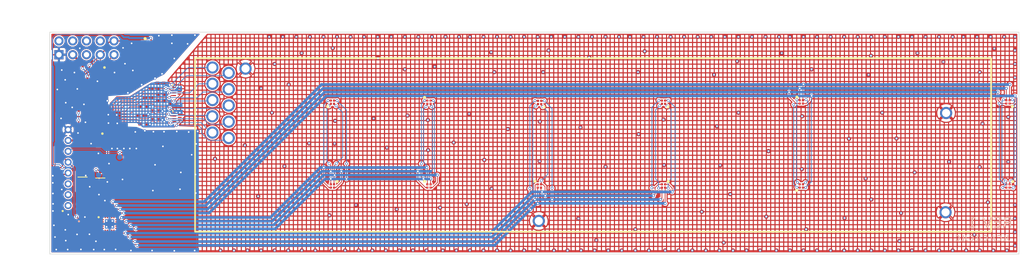
<source format=kicad_pcb>
(kicad_pcb (version 20221018) (generator pcbnew)
  (title_block (title "Beacon") (date "2023-09-02") (rev "1") (company "Beep Boop"))
  (layers (0 "F.Cu" signal) (1 "In1.Cu" signal) (2 "In2.Cu" signal) (3 "In3.Cu" signal) (4 "In4.Cu" signal) (31 "B.Cu" signal) (34 "B.Paste" user) (35 "F.Paste" user) (36 "B.SilkS" user "B.Silkscreen") (37 "F.SilkS" user "F.Silkscreen") (38 "B.Mask" user) (39 "F.Mask" user) (44 "Edge.Cuts" user))
  (net 0 "")
  (net 1 "Board_0-/Fret_Assembly/+3V3")
  (net 2 "Board_0-/Fret_Assembly/+3V3_DEBUG")
  (net 3 "Board_0-/Fret_Assembly/+3V3_EXT")
  (net 4 "Board_0-/Fret_Assembly/+3V3_PROTECT")
  (net 5 "Board_0-/Fret_Assembly/BLED")
  (net 6 "Board_0-/Fret_Assembly/GLED")
  (net 7 "Board_0-/Fret_Assembly/I2C1_SCLK")
  (net 8 "Board_0-/Fret_Assembly/I2C1_SDA")
  (net 9 "Board_0-/Fret_Assembly/LEDA1")
  (net 10 "Board_0-/Fret_Assembly/LEDA2")
  (net 11 "Board_0-/Fret_Assembly/LEDA3")
  (net 12 "Board_0-/Fret_Assembly/LEDA4")
  (net 13 "Board_0-/Fret_Assembly/LEDB1")
  (net 14 "Board_0-/Fret_Assembly/LEDB2")
  (net 15 "Board_0-/Fret_Assembly/LEDB3")
  (net 16 "Board_0-/Fret_Assembly/LEDB4")
  (net 17 "Board_0-/Fret_Assembly/LEDC1")
  (net 18 "Board_0-/Fret_Assembly/LEDC2")
  (net 19 "Board_0-/Fret_Assembly/LEDC3")
  (net 20 "Board_0-/Fret_Assembly/LEDC4")
  (net 21 "Board_0-/Fret_Assembly/RLED")
  (net 22 "Board_0-/Fret_Assembly/RX0")
  (net 23 "Board_0-/Fret_Assembly/RX1")
  (net 24 "Board_0-/Fret_Assembly/RX2")
  (net 25 "Board_0-/Fret_Assembly/RX3")
  (net 26 "Board_0-/Fret_Assembly/RX4")
  (net 27 "Board_0-/Fret_Assembly/TOUCH_INT")
  (net 28 "Board_0-/Fret_Assembly/TOUCH_PROGM")
  (net 29 "Board_0-/Fret_Assembly/TX0")
  (net 30 "Board_0-/Fret_Assembly/TX1")
  (net 31 "Board_0-/Fret_Assembly/TX2")
  (net 32 "Board_0-/Fret_Assembly/TX3")
  (net 33 "Board_0-/Fret_Assembly/TX4")
  (net 34 "Board_0-GND")
  (net 35 "Board_0-Net-(D414-A)")
  (net 36 "Board_0-Net-(D417-Pad1)")
  (net 37 "Board_0-Net-(D417-Pad2)")
  (net 38 "Board_0-Net-(D417-Pad3)")
  (net 39 "Board_0-Net-(R405-Pad1)")
  (net 40 "Board_0-Net-(R407-Pad1)")
  (net 41 "Board_0-Net-(U402-NRST)")
  (net 42 "Board_0-Net-(U402-VREG)")
  (net 43 "Board_0-unconnected-(D415E-NC-Pad10)")
  (net 44 "Board_0-unconnected-(D415E-NC-Pad6)")
  (net 45 "Board_0-unconnected-(D415E-NC-Pad7)")
  (net 46 "Board_0-unconnected-(D415E-NC-Pad9)")
  (net 47 "Board_0-unconnected-(D416-Pad6)")
  (net 48 "Board_0-unconnected-(D418-Pad6)")
  (net 49 "Board_0-unconnected-(J102-Pin_1-Pad1)")
  (net 50 "Board_0-unconnected-(J102-Pin_2-Pad2)")
  (net 51 "Board_0-unconnected-(J102-Pin_3-Pad3)")
  (net 52 "Board_0-unconnected-(J404-Pin_2-Pad2)")
  (net 53 "Board_0-unconnected-(J404-Pin_4-Pad4)")
  (net 54 "Board_0-unconnected-(J404-Pin_5-Pad5)")
  (net 55 "Board_0-unconnected-(J404-Pin_6-Pad6)")
  (net 56 "Board_0-unconnected-(J404-Pin_8-Pad8)")
  (net 57 "Board_0-unconnected-(U402-NC-Pad1)")
  (net 58 "Board_0-unconnected-(U402-NC-Pad9)")
  (net 59 "Board_0-unconnected-(U402-PB0-Pad26)")
  (net 60 "Board_0-unconnected-(U402-PD5-Pad23)")
  (net 61 "Board_0-unconnected-(U402-PD6-Pad24)")
  (net 62 "Board_0-unconnected-(U402-PD7-Pad25)")
  (net 63 "Board_0-unconnected-(U402-SW_IN-Pad28)")
  (footprint "Footprint_Library:UHD1110FKACL1A13r3q1BBQFMF3" (layer "F.Cu") (at 259.2172 32.855)
    (fp_text reference "D409" hide)
    (fp_text value "UHD1110" hide)
  )
  (footprint "Footprint_Library:0402_1005Metric_Handsolder" (layer "F.Cu") (at 137.9107 36.9164 180)
    (fp_text reference "C406" hide)
    (fp_text value "????_0402_25")
  )
  (footprint "Footprint_Library:0402_CUT-N-JUMP" (layer "F.Cu") (at 141.1024 29.4488)
    (fp_text reference "J402" hide)
    (fp_text value "0402")
  )
  (footprint "Footprint_Library:Plated_Hole_D1.5mm" (layer "F.Cu") (at 156.75 26.7156)
    (fp_text reference "H428" hide)
    (fp_text value "Plated_Through_Hole")
  )
  (footprint "Footprint_Library:UHD1110FKACL1A13r3q1BBQFMF3" (layer "F.Cu") (at 297.3172 32.855 180)
    (fp_text reference "D411" hide)
    (fp_text value "UHD1110" hide)
  )
  (footprint "Footprint_Library:UHD1110FKACL1A13r3q1BBQFMF3" (layer "F.Cu") (at 259.2172 48.355 90)
    (fp_text reference "D410" hide)
    (fp_text value "UHD1110" hide)
  )
  (footprint "Footprint_Library:0402_1005Metric_Handsolder" (layer "F.Cu") (at 136.5762 39.9818 90)
    (fp_text reference "C409" hide)
    (fp_text value "100n_0402_16")
  )
  (footprint "Footprint_Library:0402_1005Metric_Handsolder" (layer "F.Cu") (at 136.9114 25.4356 90)
    (fp_text reference "R408" hide)
    (fp_text value "0100_0402_010")
  )
  (footprint "Footprint_Library:1206_3216Metric_Handsolder" (layer "F.Cu") (at 126.6788 41.765 -90)
    (fp_text reference "F401" hide)
    (fp_text value "1A1_1206_08" hide)
  )
  (footprint "Footprint_Library:UHD1110FKACL1A13r3q1BBQFMF3" (layer "F.Cu") (at 297.3172 48.355 -90)
    (fp_text reference "D412" hide)
    (fp_text value "UHD1110" hide)
  )
  (footprint "Footprint_Library:UHD1110FKACL1A13r3q1BBQFMF3" (layer "F.Cu") (at 172.7672 32.905 90)
    (fp_text reference "D405" hide)
    (fp_text value "UHD1110" hide)
  )
  (footprint "Footprint_Library:0402_CUT-N-JUMP" (layer "F.Cu") (at 139.8066 26.8925 90)
    (fp_text reference "J409" hide)
    (fp_text value "0402")
  )
  (footprint "Footprint_Library:UHD1110FKACL1A13r3q1BBQFMF3" (layer "F.Cu") (at 190.5672 48.355)
    (fp_text reference "D408" hide)
    (fp_text value "UHD1110" hide)
  )
  (footprint "Footprint_Library:Plated_Hole_D1.5mm" (layer "F.Cu") (at 153.65 36.5156)
    (fp_text reference "H415" hide)
    (fp_text value "Plated_Through_Hole")
  )
  (footprint "Footprint_Library:SOD2512X115N" (layer "F.Cu") (at 126.7042 46.4202 90)
    (fp_text reference "D413" hide)
    (fp_text value "1N4148WX-TP" hide)
  )
  (footprint "Footprint_Library:PUSB3TB6AZ" (layer "F.Cu") (at 144.1257 35.7106)
    (fp_text reference "D418" hide)
    (fp_text value "PUSB3TB6AZ" hide)
  )
  (footprint "Footprint_Library:QFN-28_4x4mm_P0.5mm" (layer "F.Cu") (at 132.309 36.0956 90)
    (fp_text reference "U402" hide)
    (fp_text value "IQS525BLQNR")
  )
  (footprint "Footprint_Library:0402_1005Metric_Handsolder" (layer "F.Cu") (at 138.3338 24.4617 90)
    (fp_text reference "R405" hide)
    (fp_text value "0330_0402_010")
  )
  (footprint "Footprint_Library:0402_1005Metric_Handsolder" (layer "F.Cu") (at 137.9107 33.7668 180)
    (fp_text reference "C413" hide)
    (fp_text value "????_0402_25")
  )
  (footprint "Footprint_Library:0402_1005Metric_Handsolder" (layer "F.Cu") (at 130.0585 51.9958 -90)
    (fp_text reference "C303" hide)
    (fp_text value "1u00_0402_10")
  )
  (footprint "Footprint_Library:0402_CUT-N-JUMP" (layer "F.Cu") (at 141.1786 32.7254)
    (fp_text reference "J407" hide)
    (fp_text value "0402")
  )
  (footprint "Footprint_Library:0402_CUT-N-JUMP" (layer "F.Cu") (at 139.9594 30.4394)
    (fp_text reference "J403" hide)
    (fp_text value "0402")
  )
  (footprint "Footprint_Library:PUSB3TB6AZ" (layer "F.Cu") (at 144.0822 30.93)
    (fp_text reference "D416" hide)
    (fp_text value "PUSB3TB6AZ" hide)
  )
  (footprint "Footprint_Library:0402_1005Metric_Handsolder" (layer "F.Cu") (at 131.8568 45.908 90)
    (fp_text reference "C404" hide)
    (fp_text value "1u00_0402_10" hide)
  )
  (footprint "Footprint_Library:Plated_Hole_D1.5mm" (layer "F.Cu") (at 153.65 30.5156)
    (fp_text reference "H404" hide)
    (fp_text value "Plated_Through_Hole")
  )
  (footprint "Footprint_Library:1206_3216Metric_Handsolder" (layer "F.Cu") (at 129.9264 42.0218 -90)
    (fp_text reference "F402" hide)
    (fp_text value "1A1_1206_08" hide)
  )
  (footprint "Footprint_Library:0402_1005Metric_Handsolder" (layer "F.Cu") (at 136.9114 22.9972 90)
    (fp_text reference "R407" hide)
    (fp_text value "0330_0402_010")
  )
  (footprint "Footprint_Library:0402_CUT-N-JUMP" (layer "F.Cu") (at 138.8164 32.0904)
    (fp_text reference "J406" hide)
    (fp_text value "0402")
  )
  (footprint "Footprint_Library:0805_CUT-N-JUMP" (layer "F.Cu") (at 132.1398 49.6136 180)
    (fp_text reference "J408" hide)
    (fp_text value "0805")
  )
  (footprint "Footprint_Library:0402_1005Metric_Handsolder" (layer "F.Cu") (at 122.154 45.6794 90)
    (fp_text reference "R402" hide)
    (fp_text value "4k70_0402_010" hide)
  )
  (footprint "Footprint_Library:0402_1005Metric_Handsolder" (layer "F.Cu") (at 134.341 40.0072 90)
    (fp_text reference "C408" hide)
    (fp_text value "1u00_0402_10")
  )
  (footprint "Footprint_Library:UHD1110FKACL1A13r3q1BBQFMF3" (layer "F.Cu") (at 233.8172 48.355 -90)
    (fp_text reference "D404" hide)
    (fp_text value "UHD1110" hide)
  )
  (footprint "Footprint_Library:UHD1110FKACL1A13r3q1BBQFMF3" (layer "F.Cu") (at 210.9672 32.955 180)
    (fp_text reference "D401" hide)
    (fp_text value "UHD1110" hide)
  )
  (footprint "Footprint_Library:0402_1005Metric_Handsolder" (layer "F.Cu") (at 133.0964 39.9905 90)
    (fp_text reference "C405" hide)
    (fp_text value "10n0_0402_25")
  )
  (footprint "Footprint_Library:UQFN-20-1EP_3x3mm_P0.4mm_EP1.7x1.7mm_ThermalVias" (layer "F.Cu") (at 131.6906 55.3782)
    (fp_text reference "U401" hide)
    (fp_text value "KTD20XXEUAC-TR" hide)
  )
  (footprint "Footprint_Library:Plated_Hole_D1.5mm" (layer "F.Cu") (at 153.65 27.5156)
    (fp_text reference "H402" hide)
    (fp_text value "Plated_Through_Hole")
  )
  (footprint "Footprint_Library:0402_1005Metric_Handsolder" (layer "F.Cu") (at 135.4078 40.0072 90)
    (fp_text reference "C407" hide)
    (fp_text value "100n_0402_16")
  )
  (footprint "Footprint_Library:Plated_Hole_D1.5mm" (layer "F.Cu") (at 285.8172 53.205)
    (fp_text reference "H426" hide)
    (fp_text value "Plated_Through_Hole")
  )
  (footprint "Footprint_Library:0402_1005Metric_Handsolder" (layer "F.Cu") (at 132.1058 40.0914 90)
    (fp_text reference "C403" hide)
    (fp_text value "1u00_0402_10")
  )
  (footprint "Footprint_Library:Plated_Hole_D1.5mm" (layer "F.Cu") (at 153.65 33.5156)
    (fp_text reference "H423" hide)
    (fp_text value "Plated_Through_Hole")
  )
  (footprint "Footprint_Library:0402_1005Metric_Handsolder" (layer "F.Cu") (at 134.6254 43.5799 90)
    (fp_text reference "R409" hide)
    (fp_text value "47k0_0402_010")
  )
  (footprint "Footprint_Library:UHD1110FKACL1A13r3q1BBQFMF3" (layer "F.Cu") (at 233.8172 32.905 180)
    (fp_text reference "D403" hide)
    (fp_text value "UHD1110" hide)
  )
  (footprint "Footprint_Library:Plated_Hole_D1.5mm" (layer "F.Cu") (at 210.8172 54.805)
    (fp_text reference "H425" hide)
    (fp_text value "Plated_Through_Hole")
  )
  (footprint "Footprint_Library:UHD1110FKACL1A13r3q1BBQFMF3" (layer "F.Cu") (at 139.045 22.0574)
    (fp_text reference "D417" hide)
    (fp_text value "UHD1110")
  )
  (footprint "Footprint_Library:0805_2012Metric_Handsolder" (layer "F.Cu") (at 127.4662 52.1282)
    (fp_text reference "C402" hide)
    (fp_text value "10u0_0805_16" hide)
  )
  (footprint "Footprint_Library:SOD2512X115N" (layer "F.Cu") (at 129.9808 46.5938 90)
    (fp_text reference "D414" hide)
    (fp_text value "1N4148WX-TP" hide)
  )
  (footprint "Footprint_Library:0402_1005Metric_Handsolder" (layer "F.Cu") (at 139.8574 24.5049 90)
    (fp_text reference "R403" hide)
    (fp_text value "1k00_0402_010")
  )
  (footprint "Footprint_Library:Plated_Hole_D1.5mm" (layer "F.Cu") (at 150.65 32.5156)
    (fp_text reference "H405" hide)
    (fp_text value "Plated_Through_Hole")
  )
  (footprint "Footprint_Library:0402_1005Metric_Handsolder" (layer "F.Cu") (at 122.4334 43.2156 -90)
    (fp_text reference "R401" hide)
    (fp_text value "4k70_0402_010" hide)
  )
  (footprint "Footprint_Library:PinHeader_2x05_P2.54" (layer "F.Cu") (at 127.576 22.886 90)
    (fp_text reference "J404" hide)
    (fp_text value "Conn_02x05_Odd_Even")
  )
  (footprint "Footprint_Library:0402_1005Metric_Handsolder" (layer "F.Cu") (at 140.2221 34.5288 180)
    (fp_text reference "C412" hide)
    (fp_text value "????_0402_25")
  )
  (footprint "Footprint_Library:0402_CUT-N-JUMP" (layer "F.Cu") (at 141.204 31.4554)
    (fp_text reference "J405" hide)
    (fp_text value "0402")
  )
  (footprint "Footprint_Library:0402_1005Metric_Handsolder" (layer "F.Cu") (at 140.2221 36.1544 180)
    (fp_text reference "C410" hide)
    (fp_text value "????_0402_25")
  )
  (footprint "Footprint_Library:Plated_Hole_D1.5mm" (layer "F.Cu") (at 285.9172 34.905)
    (fp_text reference "H427" hide)
    (fp_text value "Plated_Through_Hole")
  )
  (footprint "Footprint_Library:PESD4USB5BTBSX" (layer "F.Cu") (at 129.4438 27.79 180)
    (fp_text reference "D415" hide)
    (fp_text value "PESD4USB5B" hide)
  )
  (footprint "Footprint_Library:UHD1110FKACL1A13r3q1BBQFMF3" (layer "F.Cu") (at 190.5672 32.905)
    (fp_text reference "D407" hide)
    (fp_text value "UHD1110" hide)
  )
  (footprint "Footprint_Library:0402_1005Metric_Handsolder" (layer "F.Cu") (at 128.8647 54.4088 90)
    (fp_text reference "C401" hide)
    (fp_text value "100n_0402_16" hide)
  )
  (footprint "Footprint_Library:Plated_Hole_D1.5mm" (layer "F.Cu") (at 150.65 26.5156)
    (fp_text reference "H401" hide)
    (fp_text value "Plated_Through_Hole")
  )
  (footprint "Footprint_Library:Plated_Hole_D1.5mm" (layer "F.Cu") (at 153.65 39.5156)
    (fp_text reference "H411" hide)
    (fp_text value "Plated_Through_Hole")
  )
  (footprint "Footprint_Library:Plated_Hole_D1.5mm" (layer "F.Cu") (at 150.6174 35.5156)
    (fp_text reference "H417" hide)
    (fp_text value "Plated_Through_Hole")
  )
  (footprint "Footprint_Library:Plated_Hole_D1.5mm" (layer "F.Cu") (at 150.65 29.5156)
    (fp_text reference "H403" hide)
    (fp_text value "Plated_Through_Hole")
  )
  (footprint "Footprint_Library:0402_1005Metric_Handsolder" (layer "F.Cu") (at 138.3592 26.9175 90)
    (fp_text reference "R406" hide)
    (fp_text value "0100_0402_010")
  )
  (footprint "PCM_kikit:Board" (layer "F.Cu") (at 121.0212 20.0036)
    (fp_text reference "FLED")
    (fp_text value "Board")
  )
  (footprint "Footprint_Library:0402_1005Metric_Handsolder" (layer "F.Cu") (at 137.5847 35.367 180)
    (fp_text reference "C411" hide)
    (fp_text value "????_0402_25")
  )
  (footprint "Footprint_Library:Plated_Hole_D1.5mm" (layer "F.Cu") (at 150.65 38.5156)
    (fp_text reference "H413" hide)
    (fp_text value "Plated_Through_Hole")
  )
  (footprint "Footprint_Library:UHD1110FKACL1A13r3q1BBQFMF3" (layer "F.Cu") (at 172.7672 48.355 -90)
    (fp_text reference "D406" hide)
    (fp_text value "UHD1110" hide)
  )
  (footprint "Footprint_Library:0805_CUT-N-JUMP" (layer "F.Cu") (at 127.4079 49.8958)
    (fp_text reference "J401" hide)
    (fp_text value "0805" hide)
  )
  (footprint "Footprint_Library:UHD1110FKACL1A13r3q1BBQFMF3" (layer "F.Cu") (at 210.9172 48.355)
    (fp_text reference "D402" hide)
    (fp_text value "UHD1110" hide)
  )
  (footprint "Footprint_Library:Testpoint_Pad_D1.0mm" (layer "B.Cu") (at 133.5332 43.0536 180)
    (fp_text reference "TP401" hide)
    (fp_text value "TOUCH_INT")
  )
  (footprint "Footprint_Library:CONN_1x08_P2.00mm_Horizontal" (layer "B.Cu") (at 124.0372 44.9692 90)
    (fp_text reference "J102" hide)
    (fp_text value "Conn_01x08_Pin")
  )
  (footprint "Footprint_Library:Testpoint_Pad_D1.0mm" (layer "B.Cu") (at 129.6612 46.3556 180)
    (fp_text reference "TP403" hide)
    (fp_text value "+3V3_DEBUG")
  )
  (gr_rect (start 147.4422 24.791) (end 294.2132 56.791) (stroke (width 0.3)) (fill none) (layer "F.SilkS"))
  (gr_line (start 299.345 20) (end 299.345 60.894) (stroke (width 0.1)) (layer "Edge.Cuts"))
  (gr_line (start 120.655 20) (end 120.655 20) (stroke (width 0.1)) (layer "Edge.Cuts"))
  (gr_line (start 299.345 60.894) (end 120.655 60.894) (stroke (width 0.1)) (layer "Edge.Cuts"))
  (gr_line (start 120.655 20) (end 299.345 20) (stroke (width 0.1)) (layer "Edge.Cuts"))
  (gr_line (start 120.655 60.894) (end 120.655 20) (stroke (width 0.1)) (layer "Edge.Cuts"))
  (gr_text "REV 1" (at 298.1712 56.4036) (layer "B.SilkS") (effects (font (size 2 2) (thickness 0.375)) (justify left bottom mirror)))
  (gr_text "JLCJLCJLCJLC" (at 297.9212 58.6036) (layer "B.SilkS") (effects (font (size 1 1)) (justify left bottom mirror)))
  (segment (start 130.0585 54.4121) (end 130.2176 54.5712) (width 0.4) (layer "F.Cu") (net 1))
  (segment (start 130.0585 52.5633) (end 130.0585 54.4121) (width 0.4) (layer "F.Cu") (net 1))
  (segment (start 126.3704 49.8958) (end 125.7354 49.2608) (width 0.4) (layer "F.Cu") (net 1))
  (segment (start 125.7354 49.2608) (end 125.7354 45.7556) (width 0.4) (layer "F.Cu") (net 1))
  (segment (start 128.8647 53.8413) (end 128.8647 52.5292) (width 0.4) (layer "F.Cu") (net 1))
  (segment (start 129.4877 53.8413) (end 130.2176 54.5712) (width 0.4) (layer "F.Cu") (net 1))
  (segment (start 128.4454 52.1099) (end 128.4837 52.1482) (width 0.4) (layer "F.Cu") (net 1))
  (segment (start 126.6788 43.3075) (end 126.6788 45.2448) (width 0.4) (layer "F.Cu") (net 1))
  (segment (start 128.8647 52.5292) (end 128.4837 52.1482) (width 0.4) (layer "F.Cu") (net 1))
  (segment (start 130.2176 55.2044) (end 130.2176 54.5712) (width 0.4) (layer "F.Cu") (net 1))
  (segment (start 125.7354 45.7556) (end 126.2208 45.2702) (width 0.4) (layer "F.Cu") (net 1))
  (segment (start 128.4837 52.1482) (end 128.8988 52.5633) (width 0.4) (layer "F.Cu") (net 1))
  (segment (start 126.2208 45.2702) (end 126.7042 45.2702) (width 0.4) (layer "F.Cu") (net 1))
  (segment (start 128.8988 52.5633) (end 130.0585 52.5633) (width 0.4) (layer "F.Cu") (net 1))
  (segment (start 128.8647 53.8413) (end 129.4877 53.8413) (width 0.4) (layer "F.Cu") (net 1))
  (segment (start 126.3704 49.8958) (end 128.4454 49.8958) (width 0.4) (layer "F.Cu") (net 1))
  (segment (start 128.4454 49.8958) (end 128.4454 52.1099) (width 0.4) (layer "F.Cu") (net 1))
  (segment (start 126.6788 45.2448) (end 126.7042 45.2702) (width 0.4) (layer "F.Cu") (net 1))
  (segment (start 125.9894 36.9926) (end 129.2047 40.2079) (width 0.2) (layer "F.Cu") (net 2))
  (segment (start 125.9894 36.2306) (end 125.9894 36.9926) (width 0.2) (layer "F.Cu") (net 2))
  (segment (start 128.4405 27.3025) (end 128.4438 27.3025) (width 0.2) (layer "F.Cu") (net 2))
  (segment (start 127.5896 30.0584) (end 125.9894 31.6586) (width 0.4) (layer "F.Cu") (net 2))
  (segment (start 127.5896 28.1534) (end 128.4405 27.3025) (width 0.2) (layer "F.Cu") (net 2))
  (segment (start 125.9894 31.6586) (end 125.9894 34.8844) (width 0.4) (layer "F.Cu") (net 2))
  (segment (start 126.726 26.6548) (end 126.726 25.9944) (width 0.4) (layer "F.Cu") (net 2))
  (segment (start 126.726 25.9944) (end 124.8972 24.1656) (width 0.4) (layer "F.Cu") (net 2))
  (segment (start 127.5896 28.1534) (end 127.5896 30.0584) (width 0.4) (layer "F.Cu") (net 2))
  (segment (start 129.2047 40.2079) (end 129.9808 40.2079) (width 0.2) (layer "F.Cu") (net 2))
  (via (at 125.9894 34.8844) (size 0.5) (drill 0.3) (layers "F.Cu" "B.Cu") (net 2))
  (via (at 126.726 26.6548) (size 0.5) (drill 0.3) (layers "F.Cu" "B.Cu") (net 2))
  (via (at 125.9894 36.2306) (size 0.5) (drill 0.3) (layers "F.Cu" "B.Cu") (net 2))
  (via (at 127.5896 28.1534) (size 0.5) (drill 0.3) (layers "F.Cu" "B.Cu") (net 2))
  (segment (start 125.9894 36.2306) (end 125.9894 34.8844) (width 0.13) (layer "B.Cu") (net 2))
  (segment (start 127.5896 27.5184) (end 126.726 26.6548) (width 0.2) (layer "B.Cu") (net 2))
  (segment (start 127.5896 28.1534) (end 127.5896 27.5184) (width 0.2) (layer "B.Cu") (net 2))
  (segment (start 124.0372 39.9692) (end 126.4655 39.9692) (width 0.4) (layer "F.Cu") (net 3))
  (segment (start 126.4655 39.9692) (end 126.6788 40.1825) (width 0.4) (layer "F.Cu") (net 3))
  (segment (start 131.7886 39.423) (end 132.1058 39.423) (width 0.2) (layer "F.Cu") (net 4))
  (segment (start 133.1773 49.6136) (end 133.1773 44.6885) (width 0.4) (layer "F.Cu") (net 4))
  (segment (start 125.202 42.7076) (end 125.202 44.226402) (width 0.13) (layer "F.Cu") (net 4))
  (segment (start 128.25 42.3012) (end 128.25 47.494) (width 0.2) (layer "F.Cu") (net 4))
  (segment (start 132.1058 39.423) (end 133.0964 39.423) (width 0.4) (layer "F.Cu") (net 4))
  (segment (start 128.25 42.3012) (end 125.6084 42.3012) (width 0.13) (layer "F.Cu") (net 4))
  (segment (start 132.1058 39.423) (end 132.314 39.2148) (width 0.4) (layer "F.Cu") (net 4))
  (segment (start 132.314 38.9484) (end 132.314 38.1356) (width 0.3) (layer "F.Cu") (net 4))
  (segment (start 125.6084 42.3012) (end 125.202 42.7076) (width 0.13) (layer "F.Cu") (net 4))
  (segment (start 129.9738 47.5702) (end 129.9808 47.5632) (width 0.4) (layer "F.Cu") (net 4))
  (segment (start 133.0964 39.423) (end 132.7886 39.423) (width 0.4) (layer "F.Cu") (net 4))
  (segment (start 124.460202 44.9682) (end 122.9922 44.9682) (width 0.13) (layer "F.Cu") (net 4))
  (segment (start 128.3262 47.5702) (end 129.9738 47.5702) (width 0.4) (layer "F.Cu") (net 4))
  (segment (start 129.9808 48.4921) (end 131.1023 49.6136) (width 0.4) (layer "F.Cu") (net 4))
  (segment (start 129.9808 47.5632) (end 129.9808 48.4921) (width 0.4) (layer "F.Cu") (net 4))
  (segment (start 132.314 39.2148) (end 132.314 38.9484) (width 0.4) (layer "F.Cu") (net 4))
  (segment (start 132.7886 39.423) (end 132.314 38.9484) (width 0.4) (layer "F.Cu") (net 4))
  (segment (start 122.9922 44.9682) (end 122.5517 44.9682) (width 0.2) (layer "F.Cu") (net 4))
  (segment (start 122.9922 44.9682) (end 122.9922 44.3419) (width 0.2) (layer "F.Cu") (net 4))
  (segment (start 122.5517 44.9682) (end 122.4334 45.0865) (width 0.2) (layer "F.Cu") (net 4))
  (segment (start 133.1773 44.6885) (end 131.3234 42.8346) (width 0.2) (layer "F.Cu") (net 4))
  (segment (start 131.3234 39.8882) (end 131.7886 39.423) (width 0.2) (layer "F.Cu") (net 4))
  (segment (start 122.9922 44.3419) (end 122.4334 43.7831) (width 0.2) (layer "F.Cu") (net 4))
  (segment (start 125.202 44.226402) (end 124.460202 44.9682) (width 0.13) (layer "F.Cu") (net 4))
  (segment (start 131.3234 42.8346) (end 131.3234 39.8882) (width 0.2) (layer "F.Cu") (net 4))
  (segment (start 139.345 21.189) (end 139.345 21.7574) (width 0.2) (layer "F.Cu") (net 4))
  (segment (start 126.7042 47.5702) (end 128.3262 47.5702) (width 0.4) (layer "F.Cu") (net 4))
  (segment (start 131.1023 49.6136) (end 133.1773 49.6136) (width 0.8) (layer "F.Cu") (net 4))
  (segment (start 139.2736 21.1176) (end 139.345 21.189) (width 0.2) (layer "F.Cu") (net 4))
  (segment (start 134.0843 44.6885) (end 134.6254 44.1474) (width 0.2) (layer "F.Cu") (net 4))
  (segment (start 128.25 47.494) (end 128.3262 47.5702) (width 0.2) (layer "F.Cu") (net 4))
  (segment (start 133.1773 44.6885) (end 134.0843 44.6885) (width 0.2) (layer "F.Cu") (net 4))
  (via (at 122.9922 44.9682) (size 0.5) (drill 0.3) (layers "F.Cu" "B.Cu") (net 4))
  (via (at 139.2736 21.1176) (size 0.5) (drill 0.3) (layers "F.Cu" "B.Cu") (net 4))
  (segment (start 135.1842 20.9398) (end 134.2952 20.9398) (width 0.4) (layer "B.Cu") (net 4))
  (segment (start 121.1634 40.1422) (end 121.2396 40.066) (width 0.2) (layer "B.Cu") (net 4))
  (segment (start 121.1512 26.3124) (end 121.1512 21.126058) (width 0.2) (layer "B.Cu") (net 4))
  (segment (start 139.2482 21.0922) (end 135.3366 21.0922) (width 0.4) (layer "B.Cu") (net 4))
  (segment (start 121.2396 26.4008) (end 121.1634 26.3246) (width 0.4) (layer "B.Cu") (net 4))
  (segment (start 121.7248 20.4546) (end 133.6602 20.4546) (width 0.13) (layer "B.Cu") (net 4))
  (segment (start 139.2736 21.1176) (end 139.2482 21.0922) (width 0.4) (layer "B.Cu") (net 4))
  (segment (start 121.1634 44.4348) (end 121.1634 40.1422) (width 0.2) (layer "B.Cu") (net 4))
  (segment (start 133.81 20.4546) (end 133.6602 20.4546) (width 0.13) (layer "B.Cu") (net 4))
  (segment (start 122.9922 44.9682) (end 122.4588 44.4348) (width 0.13) (layer "B.Cu") (net 4))
  (segment (start 134.2952 20.9398) (end 134.0158 20.6604) (width 0.4) (layer "B.Cu") (net 4))
  (segment (start 121.2396 40.066) (end 121.2396 26.4008) (width 0.4) (layer "B.Cu") (net 4))
  (segment (start 122.4588 44.4348) (end 121.1634 44.4348) (width 0.13) (layer "B.Cu") (net 4))
  (segment (start 121.1634 26.3246) (end 121.1512 26.3124) (width 0.2) (layer "B.Cu") (net 4))
  (segment (start 121.1512 21.126058) (end 121.1512 21.0282) (width 0.13) (layer "B.Cu") (net 4))
  (segment (start 121.1512 21.0282) (end 121.7248 20.4546) (width 0.13) (layer "B.Cu") (net 4))
  (segment (start 134.0158 20.6604) (end 133.81 20.4546) (width 0.13) (layer "B.Cu") (net 4))
  (segment (start 135.3366 21.0922) (end 135.1842 20.9398) (width 0.4) (layer "B.Cu") (net 4))
  (segment (start 133.6094 30.3632) (end 133.1522 30.8204) (width 0.13) (layer "F.Cu") (net 5))
  (segment (start 133.1522 30.8204) (end 131.0948 30.8204) (width 0.13) (layer "F.Cu") (net 5))
  (segment (start 136.9114 27.0612) (end 136.9114 26.0031) (width 0.2) (layer "F.Cu") (net 5))
  (segment (start 133.6094 30.3632) (end 136.9114 27.0612) (width 0.2) (layer "F.Cu") (net 5))
  (segment (start 131.0948 30.8204) (end 129.9518 31.9634) (width 0.13) (layer "F.Cu") (net 5))
  (segment (start 129.9518 31.9634) (end 129.9518 34.2334) (width 0.13) (layer "F.Cu") (net 5))
  (segment (start 129.9518 34.2334) (end 130.319 34.6006) (width 0.13) (layer "F.Cu") (net 5))
  (segment (start 133.5288 31.155) (end 131.3172 31.155) (width 0.127) (layer "F.Cu") (net 6))
  (segment (start 130.282 33.5736) (end 130.814 34.1056) (width 0.127) (layer "F.Cu") (net 6))
  (segment (start 138.3592 27.485) (end 137.2496 27.485) (width 0.2) (layer "F.Cu") (net 6))
  (segment (start 131.3172 31.155) (end 130.282 32.1902) (width 0.127) (layer "F.Cu") (net 6))
  (segment (start 130.282 32.1902) (end 130.282 33.5736) (width 0.127) (layer "F.Cu") (net 6))
  (segment (start 133.9904 30.6934) (end 133.5288 31.155) (width 0.127) (layer "F.Cu") (net 6))
  (segment (start 137.2496 27.485) (end 134.0412 30.6934) (width 0.2) (layer "F.Cu") (net 6))
  (segment (start 126.726 55.179) (end 125.583 54.036) (width 0.2) (layer "F.Cu") (net 7))
  (segment (start 128.123 37.8816) (end 129.52 39.2786) (width 0.13) (layer "F.Cu") (net 7))
  (segment (start 129.52 30.3124) (end 129.1136 30.3124) (width 0.2) (layer "F.Cu") (net 7))
  (segment (start 128.1056 55.7712) (end 127.5134 55.179) (width 0.2) (layer "F.Cu") (net 7))
  (segment (start 124.44 35.5702) (end 122.7382 37.272) (width 0.2) (layer "F.Cu") (net 7))
  (segment (start 131.187 27.509) (end 131.2472 27.5692) (width 0.2) (layer "F.Cu") (net 7))
  (segment (start 127.8436 31.5824) (end 127.8436 35.4686) (width 0.2) (layer "F.Cu") (net 7))
  (segment (start 131.2472 27.5692) (end 131.2472 28.5852) (width 0.2) (layer "F.Cu") (net 7))
  (segment (start 131.2472 28.5852) (end 129.52 30.3124) (width 0.2) (layer "F.Cu") (net 7))
  (segment (start 131.209534 39.2786) (end 131.814 38.674134) (width 0.13) (layer "F.Cu") (net 7))
  (segment (start 129.52 39.2786) (end 131.209534 39.2786) (width 0.13) (layer "F.Cu") (net 7))
  (segment (start 124.0372 43.9692) (end 122.7161 42.6481) (width 0.2) (layer "F.Cu") (net 7))
  (segment (start 128.123 35.748) (end 128.123 37.8816) (width 0.13) (layer "F.Cu") (net 7))
  (segment (start 127.5134 55.179) (end 126.726 55.179) (width 0.2) (layer "F.Cu") (net 7))
  (segment (start 127.9452 35.5702) (end 128.123 35.748) (width 0.13) (layer "F.Cu") (net 7))
  (segment (start 131.814 38.674134) (end 131.814 38.1356) (width 0.13) (layer "F.Cu") (net 7))
  (segment (start 130.4438 27.3025) (end 130.6503 27.509) (width 0.2) (layer "F.Cu") (net 7))
  (segment (start 127.9452 35.5702) (end 124.44 35.5702) (width 0.2) (layer "F.Cu") (net 7))
  (segment (start 130.4438 26.239) (end 130.4438 27.3025) (width 0.2) (layer "F.Cu") (net 7))
  (segment (start 122.7382 37.272) (end 122.7382 42.3433) (width 0.2) (layer "F.Cu") (net 7))
  (segment (start 130.2176 55.7712) (end 128.1056 55.7712) (width 0.2) (layer "F.Cu") (net 7))
  (segment (start 127.8436 35.4686) (end 127.9452 35.5702) (width 0.2) (layer "F.Cu") (net 7))
  (segment (start 130.6503 27.509) (end 131.187 27.509) (width 0.2) (layer "F.Cu") (net 7))
  (segment (start 129.1136 30.3124) (end 127.8436 31.5824) (width 0.2) (layer "F.Cu") (net 7))
  (segment (start 122.7382 42.3433) (end 122.4334 42.6481) (width 0.2) (layer "F.Cu") (net 7))
  (segment (start 122.7161 42.6481) (end 122.4334 42.6481) (width 0.2) (layer "F.Cu") (net 7))
  (segment (start 132.5172 24.1656) (end 130.4438 26.239) (width 0.2) (layer "F.Cu") (net 7))
  (via (at 125.583 54.036) (size 0.5) (drill 0.3) (layers "F.Cu" "B.Cu") (net 7))
  (segment (start 125.583 54.036) (end 125.1258 53.5788) (width 0.2) (layer "B.Cu") (net 7))
  (segment (start 125.1258 53.5788) (end 125.1258 45.0578) (width 0.2) (layer "B.Cu") (net 7))
  (segment (start 125.1258 45.0578) (end 124.0372 43.9692) (width 0.2) (layer "B.Cu") (net 7))
  (segment (start 131.4758 29.8552) (end 133.7618 27.5692) (width 0.2) (layer "F.Cu") (net 8))
  (segment (start 121.9254 34.8844) (end 121.9254 40.8788) (width 0.13) (layer "F.Cu") (net 8))
  (segment (start 133.7618 23.6322) (end 133.0252 22.8956) (width 0.2) (layer "F.Cu") (net 8))
  (segment (start 133.0252 22.8956) (end 131.2472 22.8956) (width 0.2) (layer "F.Cu") (net 8))
  (segment (start 130.2176 56.1712) (end 125.3052 56.1712) (width 0.2) (layer "F.Cu") (net 8))
  (segment (start 126.1926 28.382) (end 122.2048 32.3698) (width 0.2) (layer "F.Cu") (net 8))
  (segment (start 122.2048 53.0708) (end 122.2048 46.4501) (width 0.2) (layer "F.Cu") (net 8))
  (segment (start 122.2048 46.4501) (end 122.4334 46.2215) (width 0.2) (layer "F.Cu") (net 8))
  (segment (start 121.9254 40.8788) (end 121.646 41.1582) (width 0.13) (layer "F.Cu") (net 8))
  (segment (start 121.646 44.579234) (end 121.523 44.702234) (width 0.13) (layer "F.Cu") (net 8))
  (segment (start 131.0186 38.8722) (end 131.314 38.5768) (width 0.13) (layer "F.Cu") (net 8))
  (segment (start 128.0214 26.096) (end 128.0214 26.3754) (width 0.2) (layer "F.Cu") (net 8))
  (segment (start 131.314 38.5768) (end 131.314 38.1356) (width 0.13) (layer "F.Cu") (net 8))
  (segment (start 131.2472 22.8956) (end 129.9772 24.1656) (width 0.2) (layer "F.Cu") (net 8))
  (segment (start 121.646 41.1582) (end 121.646 44.579234) (width 0.13) (layer "F.Cu") (net 8))
  (segment (start 128.7326 33.97) (end 128.7326 37.3736) (width 0.13) (layer "F.Cu") (net 8))
  (segment (start 122.2048 32.3698) (end 122.2048 34.605) (width 0.2) (layer "F.Cu") (net 8))
  (segment (start 122.2048 34.605) (end 121.9254 34.8844) (width 0.13) (layer "F.Cu") (net 8))
  (segment (start 121.523 45.6159) (end 122.154 46.2469) (width 0.13) (layer "F.Cu") (net 8))
  (segment (start 129.9772 24.1656) (end 129.9772 27.2691) (width 0.13) (layer "F.Cu") (net 8))
  (segment (start 130.79 29.8552) (end 131.4758 29.8552) (width 0.2) (layer "F.Cu") (net 8))
  (segment (start 128.7326 33.97) (end 128.7326 31.9126) (width 0.2) (layer "F.Cu") (net 8))
  (segment (start 122.4334 46.2215) (end 123.7849 46.2215) (width 0.2) (layer "F.Cu") (net 8))
  (segment (start 128.7326 37.3736) (end 130.2312 38.8722) (width 0.13) (layer "F.Cu") (net 8))
  (segment (start 130.2312 38.8722) (end 131.0186 38.8722) (width 0.13) (layer "F.Cu") (net 8))
  (segment (start 123.7849 46.2215) (end 124.0372 45.9692) (width 0.2) (layer "F.Cu") (net 8))
  (segment (start 128.7326 31.9126) (end 130.79 29.8552) (width 0.2) (layer "F.Cu") (net 8))
  (segment (start 128.0214 26.3754) (end 126.1926 28.2042) (width 0.2) (layer "F.Cu") (net 8))
  (segment (start 126.1926 28.2042) (end 126.1926 28.382) (width 0.2) (layer "F.Cu") (net 8))
  (segment (start 125.3052 56.1712) (end 122.2048 53.0708) (width 0.2) (layer "F.Cu") (net 8))
  (segment (start 133.7618 27.5692) (end 133.7618 23.6322) (width 0.2) (layer "F.Cu") (net 8))
  (segment (start 129.9772 27.2691) (end 129.9438 27.3025) (width 0.13) (layer "F.Cu") (net 8))
  (segment (start 121.523 44.702234) (end 121.523 45.6159) (width 0.13) (layer "F.Cu") (net 8))
  (via (at 128.0214 26.096) (size 0.5) (drill 0.3) (layers "F.Cu" "B.Cu") (net 8))
  (segment (start 128.0468 26.096) (end 129.9772 24.1656) (width 0.2) (layer "B.Cu") (net 8))
  (segment (start 128.0214 26.096) (end 128.0468 26.096) (width 0.2) (layer "B.Cu") (net 8))
  (segment (start 210.6672 32.655) (end 210.1672 32.655) (width 0.13) (layer "F.Cu") (net 9))
  (segment (start 136.7672 59.305) (end 136.58136 59.11916) (width 0.13) (layer "F.Cu") (net 9))
  (segment (start 209.2172 48.855) (end 209.2172 52.655) (width 0.13) (layer "F.Cu") (net 9))
  (segment (start 234.6672 48.7555) (end 234.2177 48.7555) (width 0.13) (layer "F.Cu") (net 9))
  (segment (start 234.2177 48.7555) (end 234.1172 48.655) (width 0.13) (layer "F.Cu") (net 9))
  (segment (start 209.1672 48.805) (end 209.2172 48.855) (width 0.13) (layer "F.Cu") (net 9))
  (segment (start 234.1172 48.655) (end 234.1172 51.605) (width 0.13) (layer "F.Cu") (net 9))
  (segment (start 234.1172 33.255) (end 234.1172 33.205) (width 0.13) (layer "F.Cu") (net 9))
  (segment (start 131.6822 59.12) (end 130.8826 58.3204) (width 0.13) (layer "F.Cu") (net 9))
  (segment (start 136.58052 59.12) (end 131.6822 59.12) (width 0.13) (layer "F.Cu") (net 9))
  (segment (start 209.2172 52.655) (end 209.2672 52.705) (width 0.13) (layer "F.Cu") (net 9))
  (segment (start 130.8826 58.3204) (end 130.8826 56.8062) (width 0.13) (layer "F.Cu") (net 9))
  (segment (start 210.6172 48.655) (end 210.6172 51.605) (width 0.13) (layer "F.Cu") (net 9))
  (segment (start 136.58136 59.11916) (end 136.58052 59.12) (width 0.13) (layer "F.Cu") (net 9))
  (segment (start 234.4672 33.605) (end 234.1172 33.255) (width 0.13) (layer "F.Cu") (net 9))
  (segment (start 210.1672 32.655) (end 210.1172 32.605) (width 0.13) (layer "F.Cu") (net 9))
  (via (at 209.2672 52.705) (size 0.5) (drill 0.3) (layers "F.Cu" "B.Cu") (net 9))
  (via (at 234.6672 48.7555) (size 0.5) (drill 0.3) (layers "F.Cu" "B.Cu") (net 9))
  (via (at 210.1172 32.605) (size 0.5) (drill 0.3) (layers "F.Cu" "B.Cu") (net 9))
  (via (at 234.1172 51.605) (size 0.5) (drill 0.3) (layers "F.Cu" "B.Cu") (net 9))
  (via (at 210.6172 51.605) (size 0.5) (drill 0.3) (layers "F.Cu" "B.Cu") (net 9))
  (via (at 209.1672 48.805) (size 0.5) (drill 0.3) (layers "F.Cu" "B.Cu") (net 9))
  (via (at 136.7672 59.305) (size 0.5) (drill 0.3) (layers "F.Cu" "B.Cu") (net 9))
  (via (at 234.4672 33.605) (size 0.5) (drill 0.3) (layers "F.Cu" "B.Cu") (net 9))
  (segment (start 202.6672 59.305) (end 209.2672 52.705) (width 0.5) (layer "B.Cu") (net 9))
  (segment (start 234.4672 33.605) (end 235.2172 34.355) (width 0.13) (layer "B.Cu") (net 9))
  (segment (start 234.6672 47.605) (end 234.6672 48.7555) (width 0.13) (layer "B.Cu") (net 9))
  (segment (start 234.0672 51.555) (end 234.1172 51.605) (width 0.5) (layer "B.Cu") (net 9))
  (segment (start 210.4172 51.555) (end 234.0672 51.555) (width 0.5) (layer "B.Cu") (net 9))
  (segment (start 235.2172 34.355) (end 235.2172 47.055) (width 0.13) (layer "B.Cu") (net 9))
  (segment (start 235.2172 47.055) (end 234.6672 47.605) (width 0.13) (layer "B.Cu") (net 9))
  (segment (start 209.2672 52.705) (end 210.4172 51.555) (width 0.5) (layer "B.Cu") (net 9))
  (segment (start 136.7672 59.305) (end 202.6672 59.305) (width 0.5) (layer "B.Cu") (net 9))
  (segment (start 210.1172 32.605) (end 209.1672 33.555) (width 0.13) (layer "B.Cu") (net 9))
  (segment (start 209.1672 33.555) (end 209.1672 48.805) (width 0.13) (layer "B.Cu") (net 9))
  (segment (start 210.1027 50.858743) (end 210.1672 50.794243) (width 0.13) (layer "F.Cu") (net 10))
  (segment (start 210.1672 50.794243) (end 210.1672 49.135) (width 0.13) (layer "F.Cu") (net 10))
  (segment (start 233.1172 33.555) (end 233.1672 33.555) (width 0.13) (layer "F.Cu") (net 10))
  (segment (start 233.5172 50.605) (end 233.2672 50.855) (width 0.13) (layer "F.Cu") (net 10))
  (segment (start 233.428393 48.743807) (end 233.5172 48.655) (width 0.13) (layer "F.Cu") (net 10))
  (segment (start 210.1672 49.135) (end 210.1522 49.12) (width 0.13) (layer "F.Cu") (net 10))
  (segment (start 132.3172 58.605) (end 131.2826 57.5704) (width 0.13) (layer "F.Cu") (net 10))
  (segment (start 233.1672 33.555) (end 233.5172 33.205) (width 0.13) (layer "F.Cu") (net 10))
  (segment (start 213.2672 48.7555) (end 213.2672 50.855) (width 0.13) (layer "F.Cu") (net 10))
  (segment (start 210.1522 49.12) (end 210.1522 48.19) (width 0.13) (layer "F.Cu") (net 10))
  (segment (start 210.2872 48.055) (end 210.6172 48.055) (width 0.13) (layer "F.Cu") (net 10))
  (segment (start 210.1522 48.19) (end 210.2872 48.055) (width 0.13) (layer "F.Cu") (net 10))
  (segment (start 232.906007 48.743807) (end 233.428393 48.743807) (width 0.13) (layer "F.Cu") (net 10))
  (segment (start 136.3672 58.605) (end 132.3172 58.605) (width 0.13) (layer "F.Cu") (net 10))
  (segment (start 211.2672 32.655) (end 211.8172 32.655) (width 0.13) (layer "F.Cu") (net 10))
  (segment (start 233.5172 48.655) (end 233.5172 50.605) (width 0.13) (layer "F.Cu") (net 10))
  (segment (start 131.2826 57.5704) (end 131.2826 56.8062) (width 0.13) (layer "F.Cu") (net 10))
  (via (at 213.2672 48.7555) (size 0.5) (drill 0.3) (layers "F.Cu" "B.Cu") (net 10))
  (via (at 233.1172 33.555) (size 0.5) (drill 0.3) (layers "F.Cu" "B.Cu") (net 10))
  (via (at 211.8172 32.655) (size 0.5) (drill 0.3) (layers "F.Cu" "B.Cu") (net 10))
  (via (at 232.906007 48.743807) (size 0.5) (drill 0.3) (layers "F.Cu" "B.Cu") (net 10))
  (via (at 210.1027 50.858743) (size 0.5) (drill 0.3) (layers "F.Cu" "B.Cu") (net 10))
  (via (at 233.2672 50.855) (size 0.5) (drill 0.3) (layers "F.Cu" "B.Cu") (net 10))
  (via (at 213.2672 50.855) (size 0.5) (drill 0.3) (layers "F.Cu" "B.Cu") (net 10))
  (via (at 136.3672 58.605) (size 0.5) (drill 0.3) (layers "F.Cu" "B.Cu") (net 10))
  (segment (start 213.2672 34.105) (end 213.2672 48.7555) (width 0.13) (layer "B.Cu") (net 10))
  (segment (start 233.1172 33.555) (end 232.3672 34.305) (width 0.13) (layer "B.Cu") (net 10))
  (segment (start 232.8672 47.555) (end 232.8672 48.705) (width 0.13) (layer "B.Cu") (net 10))
  (segment (start 232.8672 48.705) (end 232.906007 48.743807) (width 0.13) (layer "B.Cu") (net 10))
  (segment (start 232.3672 47.055) (end 232.8672 47.555) (width 0.13) (layer "B.Cu") (net 10))
  (segment (start 210.10715 50.855) (end 233.2672 50.855) (width 0.5) (layer "B.Cu") (net 10))
  (segment (start 232.3672 34.305) (end 232.3672 47.055) (width 0.13) (layer "B.Cu") (net 10))
  (segment (start 211.8172 32.655) (end 213.2672 34.105) (width 0.13) (layer "B.Cu") (net 10))
  (segment (start 202.35715 58.605) (end 210.10715 50.855) (width 0.5) (layer "B.Cu") (net 10))
  (segment (start 136.3672 58.605) (end 202.35715 58.605) (width 0.5) (layer "B.Cu") (net 10))
  (segment (start 233.0172 32.605) (end 232.9672 32.555) (width 0.13) (layer "F.Cu") (net 11))
  (segment (start 211.5672 33.755) (end 211.2672 33.455) (width 0.13) (layer "F.Cu") (net 11))
  (segment (start 212.0172 50.155) (end 211.9672 50.105) (width 0.13) (layer "F.Cu") (net 11))
  (segment (start 211.9672 48.475) (end 211.5472 48.055) (width 0.13) (layer "F.Cu") (net 11))
  (segment (start 132.4172 57.755) (end 132.0826 57.4204) (width 0.13) (layer "F.Cu") (net 11))
  (segment (start 135.4172 57.755) (end 132.4172 57.755) (width 0.13) (layer "F.Cu") (net 11))
  (segment (start 211.5472 48.055) (end 211.2172 48.055) (width 0.13) (layer "F.Cu") (net 11))
  (segment (start 232.2172 48.705) (end 232.2672 48.655) (width 0.13) (layer "F.Cu") (net 11))
  (segment (start 233.5172 32.605) (end 233.0172 32.605) (width 0.13) (layer "F.Cu") (net 11))
  (segment (start 232.2672 48.655) (end 232.2672 49.855) (width 0.13) (layer "F.Cu") (net 11))
  (segment (start 211.2672 48.005) (end 211.2172 48.055) (width 0.13) (layer "F.Cu") (net 11))
  (segment (start 132.0826 57.4204) (end 132.0826 56.8062) (width 0.13) (layer "F.Cu") (net 11))
  (segment (start 232.2672 49.855) (end 231.9672 50.155) (width 0.13) (layer "F.Cu") (net 11))
  (segment (start 232.8672 48.055) (end 232.2672 48.655) (width 0.13) (layer "F.Cu") (net 11))
  (segment (start 211.2672 47.405) (end 211.2672 48.005) (width 0.13) (layer "F.Cu") (net 11))
  (segment (start 231.6672 48.705) (end 232.2172 48.705) (width 0.13) (layer "F.Cu") (net 11))
  (segment (start 211.2672 33.455) (end 211.2672 33.255) (width 0.13) (layer "F.Cu") (net 11))
  (segment (start 211.9672 50.105) (end 211.9672 48.475) (width 0.13) (layer "F.Cu") (net 11))
  (segment (start 233.5172 48.055) (end 232.8672 48.055) (width 0.13) (layer "F.Cu") (net 11))
  (via (at 135.4172 57.755) (size 0.5) (drill 0.3) (layers "F.Cu" "B.Cu") (net 11))
  (via (at 231.9672 50.155) (size 0.5) (drill 0.3) (layers "F.Cu" "B.Cu") (net 11))
  (via (at 212.0172 50.155) (size 0.5) (drill 0.3) (layers "F.Cu" "B.Cu") (net 11))
  (via (at 211.5672 33.755) (size 0.5) (drill 0.3) (layers "F.Cu" "B.Cu") (net 11))
  (via (at 232.9672 32.555) (size 0.5) (drill 0.3) (layers "F.Cu" "B.Cu") (net 11))
  (via (at 231.6672 48.705) (size 0.5) (drill 0.3) (layers "F.Cu" "B.Cu") (net 11))
  (via (at 211.2672 47.405) (size 0.5) (drill 0.3) (layers "F.Cu" "B.Cu") (net 11))
  (segment (start 212.4672 34.655) (end 212.4672 46.205) (width 0.13) (layer "B.Cu") (net 11))
  (segment (start 212.4672 46.205) (end 211.2672 47.405) (width 0.13) (layer "B.Cu") (net 11))
  (segment (start 135.4172 57.755) (end 202.2172 57.755) (width 0.5) (layer "B.Cu") (net 11))
  (segment (start 202.2172 57.755) (end 209.8172 50.155) (width 0.5) (layer "B.Cu") (net 11))
  (segment (start 209.8172 50.155) (end 231.9672 50.155) (width 0.5) (layer "B.Cu") (net 11))
  (segment (start 231.6672 33.855) (end 231.6672 48.705) (width 0.13) (layer "B.Cu") (net 11))
  (segment (start 232.9672 32.555) (end 231.6672 33.855) (width 0.13) (layer "B.Cu") (net 11))
  (segment (start 211.5672 33.755) (end 212.4672 34.655) (width 0.13) (layer "B.Cu") (net 11))
  (segment (start 235.4172 48.755) (end 235.4172 49.455) (width 0.13) (layer "F.Cu") (net 12))
  (segment (start 211.2172 48.655) (end 211.2172 49.255) (width 0.13) (layer "F.Cu") (net 12))
  (segment (start 211.2172 49.255) (end 211.4172 49.455) (width 0.13) (layer "F.Cu") (net 12))
  (segment (start 234.1172 32.605) (end 234.6172 32.605) (width 0.13) (layer "F.Cu") (net 12))
  (segment (start 210.2672 33.605) (end 210.3172 33.605) (width 0.13) (layer "F.Cu") (net 12))
  (segment (start 132.7314 57.055) (end 134.6172 57.055) (width 0.13) (layer "F.Cu") (net 12))
  (segment (start 234.7172 48.055) (end 235.4172 48.755) (width 0.13) (layer "F.Cu") (net 12))
  (segment (start 132.4826 56.8062) (end 132.7314 57.055) (width 0.13) (layer "F.Cu") (net 12))
  (segment (start 210.3172 33.605) (end 210.6672 33.255) (width 0.13) (layer "F.Cu") (net 12))
  (segment (start 234.1172 48.055) (end 234.7172 48.055) (width 0.13) (layer "F.Cu") (net 12))
  (segment (start 234.6172 32.605) (end 234.6672 32.555) (width 0.13) (layer "F.Cu") (net 12))
  (via (at 210.2672 33.605) (size 0.5) (drill 0.3) (layers "F.Cu" "B.Cu") (net 12))
  (via (at 234.6672 32.555) (size 0.5) (drill 0.3) (layers "F.Cu" "B.Cu") (net 12))
  (via (at 211.4172 49.455) (size 0.5) (drill 0.3) (layers "F.Cu" "B.Cu") (net 12))
  (via (at 134.6172 57.055) (size 0.5) (drill 0.3) (layers "F.Cu" "B.Cu") (net 12))
  (via (at 235.4172 49.455) (size 0.5) (drill 0.3) (layers "F.Cu" "B.Cu") (net 12))
  (segment (start 209.7672 49.455) (end 235.4172 49.455) (width 0.5) (layer "B.Cu") (net 12))
  (segment (start 209.7172 47.705) (end 209.7672 47.755) (width 0.13) (layer "B.Cu") (net 12))
  (segment (start 234.6672 32.555) (end 235.9672 33.855) (width 0.13) (layer "B.Cu") (net 12))
  (segment (start 235.9672 48.905) (end 235.4172 49.455) (width 0.13) (layer "B.Cu") (net 12))
  (segment (start 235.9672 33.855) (end 235.9672 48.905) (width 0.13) (layer "B.Cu") (net 12))
  (segment (start 209.7172 34.155) (end 209.7172 47.705) (width 0.13) (layer "B.Cu") (net 12))
  (segment (start 209.7672 47.755) (end 209.7672 49.455) (width 0.13) (layer "B.Cu") (net 12))
  (segment (start 210.2672 33.605) (end 209.7172 34.155) (width 0.13) (layer "B.Cu") (net 12))
  (segment (start 201.9172 57.055) (end 209.5172 49.455) (width 0.5) (layer "B.Cu") (net 12))
  (segment (start 209.5172 49.455) (end 209.7672 49.455) (width 0.5) (layer "B.Cu") (net 12))
  (segment (start 134.6172 57.055) (end 201.9172 57.055) (width 0.5) (layer "B.Cu") (net 12))
  (segment (start 173.0672 32.605) (end 173.6172 32.605) (width 0.13) (layer "F.Cu") (net 13))
  (segment (start 190.8672 48.055) (end 190.8672 47.105) (width 0.13) (layer "F.Cu") (net 13))
  (segment (start 172.4672 48.055) (end 172.4672 47.055) (width 0.13) (layer "F.Cu") (net 13))
  (segment (start 133.2264 56.255) (end 133.1426 56.1712) (width 0.13) (layer "F.Cu") (net 13))
  (segment (start 136.5172 56.255) (end 133.2264 56.255) (width 0.13) (layer "F.Cu") (net 13))
  (segment (start 175.3672 44.2555) (end 175.3672 47.055) (width 0.13) (layer "F.Cu") (net 13))
  (segment (start 190.2672 32.605) (end 189.7672 32.605) (width 0.13) (layer "F.Cu") (net 13))
  (segment (start 189.1172 46.619) (end 189.1172 44.3055) (width 0.13) (layer "F.Cu") (net 13))
  (segment (start 189.1172 44.3055) (end 189.1672 44.2555) (width 0.13) (layer "F.Cu") (net 13))
  (segment (start 189.5527 47.0545) (end 189.1172 46.619) (width 0.13) (layer "F.Cu") (net 13))
  (segment (start 190.8672 47.105) (end 190.9172 47.055) (width 0.13) (layer "F.Cu") (net 13))
  (via (at 189.5527 47.0545) (size 0.5) (drill 0.3) (layers "F.Cu" "B.Cu") (net 13))
  (via (at 175.3672 47.055) (size 0.5) (drill 0.3) (layers "F.Cu" "B.Cu") (net 13))
  (via (at 189.7672 32.605) (size 0.5) (drill 0.3) (layers "F.Cu" "B.Cu") (net 13))
  (via (at 173.6172 32.605) (size 0.5) (drill 0.3) (layers "F.Cu" "B.Cu") (net 13))
  (via (at 136.5172 56.255) (size 0.5) (drill 0.3) (layers "F.Cu" "B.Cu") (net 13))
  (via (at 175.3672 44.2555) (size 0.5) (drill 0.3) (layers "F.Cu" "B.Cu") (net 13))
  (via (at 189.1672 44.2555) (size 0.5) (drill 0.3) (layers "F.Cu" "B.Cu") (net 13))
  (via (at 190.9172 47.055) (size 0.5) (drill 0.3) (layers "F.Cu" "B.Cu") (net 13))
  (via (at 172.4672 47.055) (size 0.5) (drill 0.3) (layers "F.Cu" "B.Cu") (net 13))
  (segment (start 189.1672 33.205) (end 189.1672 44.2555) (width 0.13) (layer "B.Cu") (net 13))
  (segment (start 171.4172 47.055) (end 190.9172 47.055) (width 0.5) (layer "B.Cu") (net 13))
  (segment (start 136.5172 56.255) (end 162.2172 56.255) (width 0.5) (layer "B.Cu") (net 13))
  (segment (start 175.3672 34.355) (end 175.3672 44.2555) (width 0.13) (layer "B.Cu") (net 13))
  (segment (start 189.7672 32.605) (end 189.1672 33.205) (width 0.13) (layer "B.Cu") (net 13))
  (segment (start 173.6172 32.605) (end 175.3672 34.355) (width 0.13) (layer "B.Cu") (net 13))
  (segment (start 162.2172 56.255) (end 171.4172 47.055) (width 0.5) (layer "B.Cu") (net 13))
  (segment (start 192.1172 47.735) (end 191.1972 48.655) (width 0.13) (layer "F.Cu") (net 14))
  (segment (start 173.0672 46.455) (end 173.1672 46.355) (width 0.13) (layer "F.Cu") (net 14))
  (segment (start 135.451 55.7712) (end 133.1426 55.7712) (width 0.13) (layer "F.Cu") (net 14))
  (segment (start 135.5922 55.63) (end 135.451 55.7712) (width 0.13) (layer "F.Cu") (net 14))
  (segment (start 173.4672 44.2555) (end 173.1672 44.5555) (width 0.13) (layer "F.Cu") (net 14))
  (segment (start 191.1972 48.655) (end 190.8672 48.655) (width 0.13) (layer "F.Cu") (net 14))
  (segment (start 191.3672 32.605) (end 190.8672 32.605) (width 0.13) (layer "F.Cu") (net 14))
  (segment (start 173.0672 48.055) (end 173.0672 46.455) (width 0.13) (layer "F.Cu") (net 14))
  (segment (start 192.1172 46.355) (end 192.1172 47.735) (width 0.13) (layer "F.Cu") (net 14))
  (segment (start 173.1672 44.5555) (end 173.1672 46.355) (width 0.13) (layer "F.Cu") (net 14))
  (segment (start 173.4422 33.58) (end 173.0672 33.205) (width 0.13) (layer "F.Cu") (net 14))
  (via (at 173.1672 46.355) (size 0.5) (drill 0.3) (layers "F.Cu" "B.Cu") (net 14))
  (via (at 173.4672 44.2555) (size 0.5) (drill 0.3) (layers "F.Cu" "B.Cu") (net 14))
  (via (at 192.1172 46.355) (size 0.5) (drill 0.3) (layers "F.Cu" "B.Cu") (net 14))
  (via (at 173.4422 33.58) (size 0.5) (drill 0.3) (layers "F.Cu" "B.Cu") (net 14))
  (via (at 191.3672 32.605) (size 0.5) (drill 0.3) (layers "F.Cu" "B.Cu") (net 14))
  (via (at 135.5922 55.63) (size 0.5) (drill 0.3) (layers "F.Cu" "B.Cu") (net 14))
  (segment (start 191.5822 32.82) (end 191.5822 45.82) (width 0.13) (layer "B.Cu") (net 14))
  (segment (start 174.6672 43.0555) (end 173.4672 44.2555) (width 0.13) (layer "B.Cu") (net 14))
  (segment (start 191.3672 32.605) (end 191.5822 32.82) (width 0.13) (layer "B.Cu") (net 14))
  (segment (start 135.5922 55.63) (end 135.6672 55.555) (width 0.5) (layer "B.Cu") (net 14))
  (segment (start 191.5822 45.82) (end 192.2172 46.455) (width 0.13) (layer "B.Cu") (net 14))
  (segment (start 161.92725 55.555) (end 171.127251 46.355) (width 0.5) (layer "B.Cu") (net 14))
  (segment (start 135.6672 55.555) (end 161.92725 55.555) (width 0.5) (layer "B.Cu") (net 14))
  (segment (start 171.127251 46.355) (end 192.1172 46.355) (width 0.5) (layer "B.Cu") (net 14))
  (segment (start 174.6672 34.805) (end 174.6672 43.0555) (width 0.13) (layer "B.Cu") (net 14))
  (segment (start 173.4422 33.58) (end 174.6672 34.805) (width 0.13) (layer "B.Cu") (net 14))
  (segment (start 172.1172 33.605) (end 172.4672 33.255) (width 0.13) (layer "F.Cu") (net 15))
  (segment (start 172.1672 44.2555) (end 172.4672 44.5555) (width 0.13) (layer "F.Cu") (net 15))
  (segment (start 172.4672 44.5555) (end 172.4672 45.6545) (width 0.13) (layer "F.Cu") (net 15))
  (segment (start 189.9372 48.655) (end 190.2672 48.655) (width 0.13) (layer "F.Cu") (net 15))
  (segment (start 190.8672 33.5045) (end 190.8672 33.205) (width 0.13) (layer "F.Cu") (net 15))
  (segment (start 173.3972 48.655) (end 174.4172 47.635) (width 0.13) (layer "F.Cu") (net 15))
  (segment (start 188.5172 45.655) (end 188.5172 47.235) (width 0.13) (layer "F.Cu") (net 15))
  (segment (start 191.0677 33.705) (end 190.8672 33.5045) (width 0.13) (layer "F.Cu") (net 15))
  (segment (start 188.5172 47.235) (end 189.9372 48.655) (width 0.13) (layer "F.Cu") (net 15))
  (segment (start 134.701 54.9712) (end 133.1426 54.9712) (width 0.13) (layer "F.Cu") (net 15))
  (segment (start 134.7672 54.905) (end 134.701 54.9712) (width 0.13) (layer "F.Cu") (net 15))
  (segment (start 172.4672 33.255) (end 172.4672 33.205) (width 0.13) (layer "F.Cu") (net 15))
  (segment (start 173.0672 48.655) (end 173.3972 48.655) (width 0.13) (layer "F.Cu") (net 15))
  (segment (start 174.4172 47.635) (end 174.4172 45.655) (width 0.13) (layer "F.Cu") (net 15))
  (via (at 191.0677 33.705) (size 0.5) (drill 0.3) (layers "F.Cu" "B.Cu") (net 15))
  (via (at 188.5172 45.655) (size 0.5) (drill 0.3) (layers "F.Cu" "B.Cu") (net 15))
  (via (at 172.1672 44.2555) (size 0.5) (drill 0.3) (layers "F.Cu" "B.Cu") (net 15))
  (via (at 134.7672 54.905) (size 0.5) (drill 0.3) (layers "F.Cu" "B.Cu") (net 15))
  (via (at 174.4172 45.655) (size 0.5) (drill 0.3) (layers "F.Cu" "B.Cu") (net 15))
  (via (at 172.4672 45.6545) (size 0.5) (drill 0.3) (layers "F.Cu" "B.Cu") (net 15))
  (via (at 172.1172 33.605) (size 0.5) (drill 0.3) (layers "F.Cu" "B.Cu") (net 15))
  (segment (start 172.1172 33.605) (end 171.7672 33.955) (width 0.13) (layer "B.Cu") (net 15))
  (segment (start 171.7672 43.8555) (end 172.1672 44.2555) (width 0.13) (layer "B.Cu") (net 15))
  (segment (start 170.837302 45.655) (end 190.9172 45.655) (width 0.5) (layer "B.Cu") (net 15))
  (segment (start 191.2172 33.8545) (end 191.2172 45.355) (width 0.13) (layer "B.Cu") (net 15))
  (segment (start 191.2172 45.355) (end 190.9172 45.655) (width 0.13) (layer "B.Cu") (net 15))
  (segment (start 161.6373 54.855) (end 170.837302 45.655) (width 0.5) (layer "B.Cu") (net 15))
  (segment (start 134.7672 54.905) (end 134.8172 54.855) (width 0.5) (layer "B.Cu") (net 15))
  (segment (start 134.8172 54.855) (end 161.6373 54.855) (width 0.5) (layer "B.Cu") (net 15))
  (segment (start 171.7672 33.955) (end 171.7672 43.8555) (width 0.13) (layer "B.Cu") (net 15))
  (segment (start 191.0677 33.705) (end 191.2172 33.8545) (width 0.13) (layer "B.Cu") (net 15))
  (segment (start 133.8672 54.205) (end 133.501 54.5712) (width 0.13) (layer "F.Cu") (net 16))
  (segment (start 172.1372 48.655) (end 171.1672 47.685) (width 0.13) (layer "F.Cu") (net 16))
  (segment (start 190.2672 45.055) (end 190.1672 44.955) (width 0.13) (layer "F.Cu") (net 16))
  (segment (start 190.2672 33.455) (end 190.2672 33.205) (width 0.13) (layer "F.Cu") (net 16))
  (segment (start 171.1672 47.685) (end 171.1672 44.955) (width 0.13) (layer "F.Cu") (net 16))
  (segment (start 190.0172 33.705) (end 190.2672 33.455) (width 0.13) (layer "F.Cu") (net 16))
  (segment (start 133.501 54.5712) (end 133.1426 54.5712) (width 0.13) (layer "F.Cu") (net 16))
  (segment (start 172.4672 48.655) (end 172.1372 48.655) (width 0.13) (layer "F.Cu") (net 16))
  (segment (start 171.9672 32.605) (end 172.4672 32.605) (width 0.13) (layer "F.Cu") (net 16))
  (segment (start 190.2672 48.055) (end 190.2672 45.055) (width 0.13) (layer "F.Cu") (net 16))
  (via (at 190.0172 33.705) (size 0.5) (drill 0.3) (layers "F.Cu" "B.Cu") (net 16))
  (via (at 190.1672 44.955) (size 0.5) (drill 0.3) (layers "F.Cu" "B.Cu") (net 16))
  (via (at 133.8672 54.205) (size 0.5) (drill 0.3) (layers "F.Cu" "B.Cu") (net 16))
  (via (at 171.1672 44.955) (size 0.5) (drill 0.3) (layers "F.Cu" "B.Cu") (net 16))
  (via (at 171.9672 32.605) (size 0.5) (drill 0.3) (layers "F.Cu" "B.Cu") (net 16))
  (segment (start 171.9672 32.605) (end 171.1672 33.405) (width 0.13) (layer "B.Cu") (net 16))
  (segment (start 190.1672 44.52718) (end 190.1672 44.955) (width 0.13) (layer "B.Cu") (net 16))
  (segment (start 161.34735 54.155) (end 170.547353 44.955) (width 0.5) (layer "B.Cu") (net 16))
  (segment (start 133.9172 54.155) (end 161.34735 54.155) (width 0.5) (layer "B.Cu") (net 16))
  (segment (start 171.1672 33.405) (end 171.1672 44.955) (width 0.13) (layer "B.Cu") (net 16))
  (segment (start 189.5672 34.155) (end 189.5672 43.92718) (width 0.13) (layer "B.Cu") (net 16))
  (segment (start 189.5672 43.92718) (end 190.1672 44.52718) (width 0.13) (layer "B.Cu") (net 16))
  (segment (start 190.0172 33.705) (end 189.5672 34.155) (width 0.13) (layer "B.Cu") (net 16))
  (segment (start 133.8672 54.205) (end 133.9172 54.155) (width 0.5) (layer "B.Cu") (net 16))
  (segment (start 170.547353 44.955) (end 190.1672 44.955) (width 0.5) (layer "B.Cu") (net 16))
  (segment (start 260.7422 32.13) (end 261.1172 31.755) (width 0.13) (layer "F.Cu") (net 17))
  (segment (start 260.1172 33.155) (end 260.7422 32.53) (width 0.13) (layer "F.Cu") (net 17))
  (segment (start 298.6322 32.79) (end 298.6322 31.77) (width 0.13) (layer "F.Cu") (net 17))
  (segment (start 298.2172 48.655) (end 298.2672 48.705) (width 0.13) (layer "F.Cu") (net 17))
  (segment (start 260.0172 48.655) (end 259.5172 48.655) (width 0.13) (layer "F.Cu") (net 17))
  (segment (start 298.2672 33.155) (end 298.6322 32.79) (width 0.13) (layer "F.Cu") (net 17))
  (segment (start 297.6172 48.655) (end 298.2172 48.655) (width 0.13) (layer "F.Cu") (net 17))
  (segment (start 260.7422 32.53) (end 260.7422 32.13) (width 0.13) (layer "F.Cu") (net 17))
  (segment (start 298.6322 31.77) (end 298.6172 31.755) (width 0.13) (layer "F.Cu") (net 17))
  (segment (start 259.5172 33.155) (end 260.1172 33.155) (width 0.13) (layer "F.Cu") (net 17))
  (segment (start 297.6172 33.155) (end 298.2672 33.155) (width 0.13) (layer "F.Cu") (net 17))
  (segment (start 132.4826 53.842) (end 132.4826 53.9062) (width 0.13) (layer "F.Cu") (net 17))
  (segment (start 134.2672 53.355) (end 132.9696 53.355) (width 0.13) (layer "F.Cu") (net 17))
  (segment (start 132.9696 53.355) (end 132.4826 53.842) (width 0.13) (layer "F.Cu") (net 17))
  (via (at 260.0172 48.655) (size 0.5) (drill 0.3) (layers "F.Cu" "B.Cu") (net 17))
  (via (at 298.6172 31.755) (size 0.5) (drill 0.3) (layers "F.Cu" "B.Cu") (net 17))
  (via (at 261.1172 31.755) (size 0.5) (drill 0.3) (layers "F.Cu" "B.Cu") (net 17))
  (via (at 134.2672 53.355) (size 0.5) (drill 0.3) (layers "F.Cu" "B.Cu") (net 17))
  (via (at 298.2672 48.705) (size 0.5) (drill 0.3) (layers "F.Cu" "B.Cu") (net 17))
  (segment (start 261.1172 47.555) (end 261.1172 31.755) (width 0.13) (layer "B.Cu") (net 17))
  (segment (start 171.6172 31.755) (end 150.0172 53.355) (width 0.5) (layer "B.Cu") (net 17))
  (segment (start 298.2672 48.705) (end 298.8672 48.105) (width 0.13) (layer "B.Cu") (net 17))
  (segment (start 298.6172 31.755) (end 171.6172 31.755) (width 0.5) (layer "B.Cu") (net 17))
  (segment (start 260.0172 48.655) (end 261.1172 47.555) (width 0.13) (layer "B.Cu") (net 17))
  (segment (start 298.8672 32.055) (end 298.6172 31.805) (width 0.13) (layer "B.Cu") (net 17))
  (segment (start 298.8672 48.105) (end 298.8672 32.055) (width 0.13) (layer "B.Cu") (net 17))
  (segment (start 150.0172 53.355) (end 134.2672 53.355) (width 0.5) (layer "B.Cu") (net 17))
  (segment (start 298.6172 31.805) (end 298.6172 31.755) (width 0.13) (layer "B.Cu") (net 17))
  (segment (start 295.7172 33.105) (end 295.7172 32.955) (width 0.13) (layer "F.Cu") (net 18))
  (segment (start 132.0826 53.10629) (end 132.0826 53.9062) (width 0.13) (layer "F.Cu") (net 18))
  (segment (start 296.1172 33.155) (end 295.8172 32.855) (width 0.13) (layer "F.Cu") (net 18))
  (segment (start 258.2672 33.155) (end 256.9672 31.855) (width 0.13) (layer "F.Cu") (net 18))
  (segment (start 258.0172 33.155) (end 258.2672 33.155) (width 0.13) (layer "F.Cu") (net 18))
  (segment (start 297.0172 33.155) (end 296.1172 33.155) (width 0.13) (layer "F.Cu") (net 18))
  (segment (start 256.9672 31.855) (end 256.9672 31.055) (width 0.13) (layer "F.Cu") (net 18))
  (segment (start 258.9172 33.155) (end 258.2672 33.155) (width 0.13) (layer "F.Cu") (net 18))
  (segment (start 295.8172 32.855) (end 295.4672 32.505) (width 0.13) (layer "F.Cu") (net 18))
  (segment (start 297.0172 48.655) (end 296.3672 48.655) (width 0.13) (layer "F.Cu") (net 18))
  (segment (start 133.6172 52.655) (end 132.53389 52.655) (width 0.13) (layer "F.Cu") (net 18))
  (segment (start 295.7172 32.955) (end 295.8172 32.855) (width 0.13) (layer "F.Cu") (net 18))
  (segment (start 257.8172 33.355) (end 258.0172 33.155) (width 0.13) (layer "F.Cu") (net 18))
  (segment (start 132.53389 52.655) (end 132.0826 53.10629) (width 0.13) (layer "F.Cu") (net 18))
  (segment (start 295.4672 32.505) (end 295.4672 31.055) (width 0.13) (layer "F.Cu") (net 18))
  (segment (start 258.4672 48.655) (end 258.4172 48.605) (width 0.13) (layer "F.Cu") (net 18))
  (segment (start 258.9172 48.655) (end 258.4672 48.655) (width 0.13) (layer "F.Cu") (net 18))
  (via (at 295.4672 31.055) (size 0.5) (drill 0.3) (layers "F.Cu" "B.Cu") (net 18))
  (via (at 133.6172 52.655) (size 0.5) (drill 0.3) (layers "F.Cu" "B.Cu") (net 18))
  (via (at 258.4172 48.605) (size 0.5) (drill 0.3) (layers "F.Cu" "B.Cu") (net 18))
  (via (at 296.3672 48.655) (size 0.5) (drill 0.3) (layers "F.Cu" "B.Cu") (net 18))
  (via (at 295.7172 33.105) (size 0.5) (drill 0.3) (layers "F.Cu" "B.Cu") (net 18))
  (via (at 256.9672 31.055) (size 0.5) (drill 0.3) (layers "F.Cu" "B.Cu") (net 18))
  (via (at 257.8172 33.355) (size 0.5) (drill 0.3) (layers "F.Cu" "B.Cu") (net 18))
  (segment (start 257.8172 48.005) (end 257.8172 33.355) (width 0.13) (layer "B.Cu") (net 18))
  (segment (start 171.32725 31.055) (end 295.4672 31.055) (width 0.5) (layer "B.Cu") (net 18))
  (segment (start 133.6172 52.655) (end 149.72725 52.655) (width 0.5) (layer "B.Cu") (net 18))
  (segment (start 296.60388 47.97) (end 295.7172 47.08332) (width 0.13) (layer "B.Cu") (net 18))
  (segment (start 295.7172 47.08332) (end 295.7172 33.105) (width 0.13) (layer "B.Cu") (net 18))
  (segment (start 258.4172 48.605) (end 257.8172 48.005) (width 0.13) (layer "B.Cu") (net 18))
  (segment (start 297.0522 47.97) (end 296.60388 47.97) (width 0.13) (layer "B.Cu") (net 18))
  (segment (start 296.3672 48.655) (end 297.0522 47.97) (width 0.13) (layer "B.Cu") (net 18))
  (segment (start 149.72725 52.655) (end 171.32725 31.055) (width 0.5) (layer "B.Cu") (net 18))
  (segment (start 258.5172 47.705) (end 258.5672 47.705) (width 0.13) (layer "F.Cu") (net 19))
  (segment (start 132.9672 51.955) (end 132.7672 51.955) (width 0.13) (layer "F.Cu") (net 19))
  (segment (start 297.0172 47.655) (end 296.8172 47.455) (width 0.13) (layer "F.Cu") (net 19))
  (segment (start 296.5172 32.4545) (end 296.9167 32.4545) (width 0.13) (layer "F.Cu") (net 19))
  (segment (start 258.8167 32.4545) (end 258.9172 32.555) (width 0.13) (layer "F.Cu") (net 19))
  (segment (start 131.2826 53.4396) (end 131.2826 53.9062) (width 0.13) (layer "F.Cu") (net 19))
  (segment (start 258.5672 47.705) (end 258.9172 48.055) (width 0.13) (layer "F.Cu") (net 19))
  (segment (start 297.0172 32.555) (end 297.0172 30.355) (width 0.13) (layer "F.Cu") (net 19))
  (segment (start 296.9167 32.4545) (end 297.0172 32.555) (width 0.13) (layer "F.Cu") (net 19))
  (segment (start 258.9172 32.555) (end 258.9172 30.355) (width 0.13) (layer "F.Cu") (net 19))
  (segment (start 258.4172 32.4545) (end 258.8167 32.4545) (width 0.13) (layer "F.Cu") (net 19))
  (segment (start 132.7672 51.955) (end 131.2826 53.4396) (width 0.13) (layer "F.Cu") (net 19))
  (segment (start 297.0172 48.055) (end 297.0172 47.655) (width 0.13) (layer "F.Cu") (net 19))
  (via (at 258.9172 30.355) (size 0.5) (drill 0.3) (layers "F.Cu" "B.Cu") (net 19))
  (via (at 258.5172 47.705) (size 0.5) (drill 0.3) (layers "F.Cu" "B.Cu") (net 19))
  (via (at 297.0172 30.355) (size 0.5) (drill 0.3) (layers "F.Cu" "B.Cu") (net 19))
  (via (at 258.4172 32.4545) (size 0.5) (drill 0.3) (layers "F.Cu" "B.Cu") (net 19))
  (via (at 296.8172 47.455) (size 0.5) (drill 0.3) (layers "F.Cu" "B.Cu") (net 19))
  (via (at 296.5172 32.4545) (size 0.5) (drill 0.3) (layers "F.Cu" "B.Cu") (net 19))
  (via (at 132.9672 51.955) (size 0.5) (drill 0.3) (layers "F.Cu" "B.Cu") (net 19))
  (segment (start 296.2172 32.87668) (end 296.2322 32.89168) (width 0.13) (layer "B.Cu") (net 19))
  (segment (start 258.3172 47.505) (end 258.3172 33.58332) (width 0.13) (layer "B.Cu") (net 19))
  (segment (start 149.4373 51.955) (end 171.037301 30.355) (width 0.5) (layer "B.Cu") (net 19))
  (segment (start 296.2322 32.89168) (end 296.2322 33.31832) (width 0.13) (layer "B.Cu") (net 19))
  (segment (start 132.9672 51.955) (end 149.4373 51.955) (width 0.5) (layer "B.Cu") (net 19))
  (segment (start 258.5172 47.705) (end 258.3172 47.505) (width 0.13) (layer "B.Cu") (net 19))
  (segment (start 296.2172 33.33332) (end 296.2172 46.855) (width 0.13) (layer "B.Cu") (net 19))
  (segment (start 296.2172 46.855) (end 296.8172 47.455) (width 0.13) (layer "B.Cu") (net 19))
  (segment (start 171.037301 30.355) (end 297.0172 30.355) (width 0.5) (layer "B.Cu") (net 19))
  (segment (start 258.3172 33.58332) (end 258.4172 33.48332) (width 0.13) (layer "B.Cu") (net 19))
  (segment (start 296.2172 32.7545) (end 296.2172 32.87668) (width 0.13) (layer "B.Cu") (net 19))
  (segment (start 296.2322 33.31832) (end 296.2172 33.33332) (width 0.13) (layer "B.Cu") (net 19))
  (segment (start 296.5172 32.4545) (end 296.2172 32.7545) (width 0.13) (layer "B.Cu") (net 19))
  (segment (start 258.4172 33.48332) (end 258.4172 32.4545) (width 0.13) (layer "B.Cu") (net 19))
  (segment (start 130.8826 53.37291) (end 130.8826 53.9062) (width 0.13) (layer "F.Cu") (net 20))
  (segment (start 297.6172 29.705) (end 297.6672 29.655) (width 0.13) (layer "F.Cu") (net 20))
  (segment (start 297.6172 32.555) (end 297.6172 29.705) (width 0.13) (layer "F.Cu") (net 20))
  (segment (start 297.7177 32.4545) (end 297.6172 32.555) (width 0.13) (layer "F.Cu") (net 20))
  (segment (start 259.6177 32.4545) (end 259.5172 32.555) (width 0.13) (layer "F.Cu") (net 20))
  (segment (start 259.5172 29.705) (end 259.6172 29.605) (width 0.13) (layer "F.Cu") (net 20))
  (segment (start 259.9672 47.755) (end 259.8172 47.755) (width 0.13) (layer "F.Cu") (net 20))
  (segment (start 259.5172 32.555) (end 259.5172 29.705) (width 0.13) (layer "F.Cu") (net 20))
  (segment (start 132.3172 51.93831) (end 130.8826 53.37291) (width 0.13) (layer "F.Cu") (net 20))
  (segment (start 132.3172 51.255) (end 132.3172 51.93831) (width 0.13) (layer "F.Cu") (net 20))
  (segment (start 259.8172 47.755) (end 259.5172 48.055) (width 0.13) (layer "F.Cu") (net 20))
  (segment (start 297.6172 47.705) (end 297.8672 47.455) (width 0.13) (layer "F.Cu") (net 20))
  (segment (start 260.090087 32.4545) (end 259.6177 32.4545) (width 0.13) (layer "F.Cu") (net 20))
  (segment (start 297.6172 48.055) (end 297.6172 47.705) (width 0.13) (layer "F.Cu") (net 20))
  (segment (start 298.1172 32.4545) (end 297.7177 32.4545) (width 0.13) (layer "F.Cu") (net 20))
  (via (at 259.9672 47.755) (size 0.5) (drill 0.3) (layers "F.Cu" "B.Cu") (net 20))
  (via (at 298.1172 32.4545) (size 0.5) (drill 0.3) (layers "F.Cu" "B.Cu") (net 20))
  (via (at 259.6172 29.605) (size 0.5) (drill 0.3) (layers "F.Cu" "B.Cu") (net 20))
  (via (at 132.3172 51.255) (size 0.5) (drill 0.3) (layers "F.Cu" "B.Cu") (net 20))
  (via (at 297.8672 47.455) (size 0.5) (drill 0.3) (layers "F.Cu" "B.Cu") (net 20))
  (via (at 297.6672 29.655) (size 0.5) (drill 0.3) (layers "F.Cu" "B.Cu") (net 20))
  (via (at 260.090087 32.4545) (size 0.5) (drill 0.3) (layers "F.Cu" "B.Cu") (net 20))
  (segment (start 298.4672 46.855) (end 297.8672 47.455) (width 0.13) (layer "B.Cu") (net 20))
  (segment (start 260.4672 32.98332) (end 260.3772 32.89332) (width 0.13) (layer "B.Cu") (net 20))
  (segment (start 260.3772 32.89332) (end 260.3772 32.741613) (width 0.13) (layer "B.Cu") (net 20))
  (segment (start 298.1172 32.4545) (end 298.1177 32.455) (width 0.13) (layer "B.Cu") (net 20))
  (segment (start 260.3772 32.741613) (end 260.090087 32.4545) (width 0.13) (layer "B.Cu") (net 20))
  (segment (start 149.14735 51.255) (end 170.747352 29.655) (width 0.5) (layer "B.Cu") (net 20))
  (segment (start 259.9672 47.755) (end 260.4672 47.255) (width 0.13) (layer "B.Cu") (net 20))
  (segment (start 132.3172 51.255) (end 149.14735 51.255) (width 0.5) (layer "B.Cu") (net 20))
  (segment (start 298.1177 32.455) (end 298.4672 32.455) (width 0.13) (layer "B.Cu") (net 20))
  (segment (start 298.4672 32.455) (end 298.4672 46.855) (width 0.13) (layer "B.Cu") (net 20))
  (segment (start 170.747352 29.655) (end 297.6672 29.655) (width 0.5) (layer "B.Cu") (net 20))
  (segment (start 260.4672 47.255) (end 260.4672 32.98332) (width 0.13) (layer "B.Cu") (net 20))
  (segment (start 139.7816 27.485) (end 139.7816 27.5692) (width 0.2) (layer "F.Cu") (net 21))
  (segment (start 130.6884 33.109094) (end 131.309 33.729694) (width 0.13) (layer "F.Cu") (net 21))
  (segment (start 131.309 33.729694) (end 131.309 34.0556) (width 0.13) (layer "F.Cu") (net 21))
  (segment (start 139.7816 27.5692) (end 138.900359 28.450441) (width 0.2) (layer "F.Cu") (net 21))
  (segment (start 138.900359 28.450441) (end 137.614841 28.450441) (width 0.2) (layer "F.Cu") (net 21))
  (segment (start 133.9172 31.455) (end 131.5016 31.455) (width 0.13) (layer "F.Cu") (net 21))
  (segment (start 139.8574 26.2742) (end 139.7816 26.35) (width 0.2) (layer "F.Cu") (net 21))
  (segment (start 139.7816 26.35) (end 139.7816 27.485) (width 0.2) (layer "F.Cu") (net 21))
  (segment (start 139.8574 25.0724) (end 139.8574 26.2742) (width 0.2) (layer "F.Cu") (net 21))
  (segment (start 131.5016 31.455) (end 130.6884 32.2682) (width 0.13) (layer "F.Cu") (net 21))
  (segment (start 135.570141 30.495141) (end 134.877059 30.495141) (width 0.13) (layer "F.Cu") (net 21))
  (segment (start 134.877059 30.495141) (end 133.9172 31.455) (width 0.13) (layer "F.Cu") (net 21))
  (segment (start 137.614841 28.450441) (end 135.570141 30.495141) (width 0.2) (layer "F.Cu") (net 21))
  (segment (start 130.6884 32.2682) (end 130.6884 33.109094) (width 0.13) (layer "F.Cu") (net 21))
  (segment (start 143.5749 37.4914) (end 144.6257 36.4406) (width 0.13) (layer "F.Cu") (net 22))
  (segment (start 143.5749 37.4914) (end 137.9182 37.4914) (width 0.13) (layer "F.Cu") (net 22))
  (segment (start 144.6257 36.4406) (end 144.6257 36.2106) (width 0.13) (layer "F.Cu") (net 22))
  (segment (start 137.9182 37.4914) (end 137.3432 36.9164) (width 0.13) (layer "F.Cu") (net 22))
  (segment (start 137.0324 36.6056) (end 137.3432 36.9164) (width 0.13) (layer "F.Cu") (net 22))
  (segment (start 134.349 36.6056) (end 137.0324 36.6056) (width 0.13) (layer "F.Cu") (net 22))
  (via (at 144.0234 37.1958) (size 0.5) (drill 0.3) (layers "F.Cu" "B.Cu") (net 22))
  (segment (start 153.2306 39.935) (end 153.65 39.5156) (width 0.13) (layer "B.Cu") (net 22))
  (segment (start 148.6672 37.785) (end 148.6672 38.635) (width 0.13) (layer "B.Cu") (net 22))
  (segment (start 148.078 37.1958) (end 148.6672 37.785) (width 0.13) (layer "B.Cu") (net 22))
  (segment (start 144.0234 37.1958) (end 148.078 37.1958) (width 0.13) (layer "B.Cu") (net 22))
  (segment (start 148.6672 38.635) (end 149.9672 39.935) (width 0.13) (layer "B.Cu") (net 22))
  (segment (start 149.9672 39.935) (end 153.2306 39.935) (width 0.13) (layer "B.Cu") (net 22))
  (segment (start 136.94871 36.272) (end 139.537 36.272) (width 0.13) (layer "F.Cu") (net 23))
  (segment (start 142.9312 36.7294) (end 143.3569 36.7294) (width 0.13) (layer "F.Cu") (net 23))
  (segment (start 142.9312 36.7294) (end 140.2296 36.7294) (width 0.13) (layer "F.Cu") (net 23))
  (segment (start 134.349 36.1056) (end 136.78231 36.1056) (width 0.13) (layer "F.Cu") (net 23))
  (segment (start 139.537 36.272) (end 139.6546 36.1544) (width 0.13) (layer "F.Cu") (net 23))
  (segment (start 136.78231 36.1056) (end 136.94871 36.272) (width 0.13) (layer "F.Cu") (net 23))
  (segment (start 140.2296 36.7294) (end 139.6546 36.1544) (width 0.13) (layer "F.Cu") (net 23))
  (segment (start 143.3569 36.7294) (end 143.6257 36.4606) (width 0.13) (layer "F.Cu") (net 23))
  (via (at 142.9312 36.7294) (size 0.5) (drill 0.3) (layers "F.Cu" "B.Cu") (net 23))
  (segment (start 150.3778 38.5156) (end 150.65 38.5156) (width 0.13) (layer "B.Cu") (net 23))
  (segment (start 142.9312 36.7294) (end 142.9798 36.6808) (width 0.13) (layer "B.Cu") (net 23))
  (segment (start 148.543 36.6808) (end 150.3778 38.5156) (width 0.13) (layer "B.Cu") (net 23))
  (segment (start 142.9798 36.6808) (end 148.543 36.6808) (width 0.13) (layer "B.Cu") (net 23))
  (segment (start 141.9268 35.5702) (end 139.202 35.5702) (width 0.13) (layer "F.Cu") (net 24))
  (segment (start 137.0172 35.367) (end 136.7844 35.367) (width 0.13) (layer "F.Cu") (net 24))
  (segment (start 136.7844 35.367) (end 136.6066 35.5448) (width 0.13) (layer "F.Cu") (net 24))
  (segment (start 137.0172 35.555) (end 137.0172 35.367) (width 0.13) (layer "F.Cu") (net 24))
  (segment (start 137.4172 35.955) (end 137.0172 35.555) (width 0.13) (layer "F.Cu") (net 24))
  (segment (start 138.8172 35.955) (end 137.4172 35.955) (width 0.13) (layer "F.Cu") (net 24))
  (segment (start 136.6066 35.5448) (end 134.4098 35.5448) (width 0.13) (layer "F.Cu") (net 24))
  (segment (start 142.3172 35.9606) (end 141.9268 35.5702) (width 0.13) (layer "F.Cu") (net 24))
  (segment (start 142.3172 35.9606) (end 143.6257 35.9606) (width 0.13) (layer "F.Cu") (net 24))
  (segment (start 134.4098 35.5448) (end 134.349 35.6056) (width 0.13) (layer "F.Cu") (net 24))
  (segment (start 139.202 35.5702) (end 138.8172 35.955) (width 0.13) (layer "F.Cu") (net 24))
  (via (at 142.3172 35.9606) (size 0.5) (drill 0.3) (layers "F.Cu" "B.Cu") (net 24))
  (segment (start 153.1906 36.975) (end 153.65 36.5156) (width 0.13) (layer "B.Cu") (net 24))
  (segment (start 148.9628 35.9606) (end 149.9772 36.975) (width 0.13) (layer "B.Cu") (net 24))
  (segment (start 149.9772 36.975) (end 153.1906 36.975) (width 0.13) (layer "B.Cu") (net 24))
  (segment (start 142.3172 35.9606) (end 148.9628 35.9606) (width 0.13) (layer "B.Cu") (net 24))
  (segment (start 142.9827 35.4606) (end 143.6257 35.4606) (width 0.13) (layer "F.Cu") (net 25))
  (segment (start 140.2296 35.1038) (end 142.5756 35.1038) (width 0.13) (layer "F.Cu") (net 25))
  (segment (start 134.349 35.1056) (end 135.4543 35.1056) (width 0.13) (layer "F.Cu") (net 25))
  (segment (start 135.4543 35.1056) (end 136.0311 34.5288) (width 0.13) (layer "F.Cu") (net 25))
  (segment (start 139.6546 34.5288) (end 140.2296 35.1038) (width 0.13) (layer "F.Cu") (net 25))
  (segment (start 136.0311 34.5288) (end 139.6546 34.5288) (width 0.13) (layer "F.Cu") (net 25))
  (segment (start 142.6259 35.1038) (end 142.9827 35.4606) (width 0.13) (layer "F.Cu") (net 25))
  (segment (start 142.5756 35.1038) (end 142.6259 35.1038) (width 0.13) (layer "F.Cu") (net 25))
  (via (at 142.5756 35.1038) (size 0.5) (drill 0.3) (layers "F.Cu" "B.Cu") (net 25))
  (segment (start 142.8204 35.3486) (end 150.4504 35.3486) (width 0.13) (layer "B.Cu") (net 25))
  (segment (start 150.4504 35.3486) (end 150.6174 35.5156) (width 0.13) (layer "B.Cu") (net 25))
  (segment (start 142.5756 35.1038) (end 142.8204 35.3486) (width 0.13) (layer "B.Cu") (net 25))
  (segment (start 142.2962 33.7414) (end 142.4065 33.7414) (width 0.13) (layer "F.Cu") (net 26))
  (segment (start 137.9182 33.1918) (end 139.5455 33.1918) (width 0.13) (layer "F.Cu") (net 26))
  (segment (start 134.299 34.6006) (end 134.5617 34.6006) (width 0.13) (layer "F.Cu") (net 26))
  (segment (start 142.4065 33.7414) (end 143.6257 34.9606) (width 0.13) (layer "F.Cu") (net 26))
  (segment (start 135.3955 33.7668) (end 137.3432 33.7668) (width 0.13) (layer "F.Cu") (net 26))
  (segment (start 134.5617 34.6006) (end 135.3955 33.7668) (width 0.13) (layer "F.Cu") (net 26))
  (segment (start 139.5455 33.1918) (end 140.0951 33.7414) (width 0.13) (layer "F.Cu") (net 26))
  (segment (start 137.3432 33.7668) (end 137.9182 33.1918) (width 0.13) (layer "F.Cu") (net 26))
  (segment (start 140.0951 33.7414) (end 142.2962 33.7414) (width 0.13) (layer "F.Cu") (net 26))
  (via (at 142.7788 34.0462) (size 0.5) (drill 0.3) (layers "F.Cu" "B.Cu") (net 26))
  (segment (start 142.7788 34.0462) (end 153.1194 34.0462) (width 0.13) (layer "B.Cu") (net 26))
  (segment (start 153.1194 34.0462) (end 153.65 33.5156) (width 0.13) (layer "B.Cu") (net 26))
  (segment (start 137.1908 42.1742) (end 137.5972 41.7678) (width 0.2) (layer "F.Cu") (net 27))
  (segment (start 137.5972 38.6436) (end 136.5642 37.6106) (width 0.2) (layer "F.Cu") (net 27))
  (segment (start 134.6254 43.0124) (end 134.6254 42.1742) (width 0.2) (layer "F.Cu") (net 27))
  (segment (start 134.6254 42.1742) (end 137.1908 42.1742) (width 0.2) (layer "F.Cu") (net 27))
  (segment (start 136.5642 37.6106) (end 134.294 37.6106) (width 0.2) (layer "F.Cu") (net 27))
  (segment (start 134.6254 42.1742) (end 133.584 42.1742) (width 0.2) (layer "F.Cu") (net 27))
  (segment (start 137.5972 41.7678) (end 137.5972 38.6436) (width 0.2) (layer "F.Cu") (net 27))
  (via (at 133.584 42.1742) (size 0.5) (drill 0.3) (layers "F.Cu" "B.Cu") (net 27))
  (segment (start 130.6376 42.1742) (end 130.028 41.5646) (width 0.13) (layer "B.Cu") (net 27))
  (segment (start 130.028 41.5646) (end 124.4418 41.5646) (width 0.13) (layer "B.Cu") (net 27))
  (segment (start 133.584 42.1742) (end 133.584 43.0028) (width 0.13) (layer "B.Cu") (net 27))
  (segment (start 124.4418 41.5646) (end 124.0372 41.9692) (width 0.13) (layer "B.Cu") (net 27))
  (segment (start 133.5332 43.0536) (end 133.5332 43.2664) (width 0.13) (layer "B.Cu") (net 27))
  (segment (start 133.584 43.0028) (end 133.5332 43.0536) (width 0.13) (layer "B.Cu") (net 27))
  (segment (start 133.584 42.1742) (end 130.6376 42.1742) (width 0.13) (layer "B.Cu") (net 27))
  (segment (start 129.3422 36.676329) (end 129.771471 37.1056) (width 0.13) (layer "F.Cu") (net 28))
  (segment (start 129.3422 32.8524) (end 129.3422 36.676329) (width 0.13) (layer "F.Cu") (net 28))
  (segment (start 135.2096 27.9502) (end 135.2096 22.7686) (width 0.2) (layer "F.Cu") (net 28))
  (segment (start 128.9438 27.3025) (end 128.9438 24.6816) (width 0.13) (layer "F.Cu") (net 28))
  (segment (start 130.9678 30.414) (end 132.7458 30.414) (width 0.2) (layer "F.Cu") (net 28))
  (segment (start 129.3422 32.8524) (end 129.3422 32.0396) (width 0.2) (layer "F.Cu") (net 28))
  (segment (start 131.8314 21.6256) (end 132.5172 21.6256) (width 0.2) (layer "F.Cu") (net 28))
  (segment (start 132.7458 30.414) (end 135.2096 27.9502) (width 0.2) (layer "F.Cu") (net 28))
  (segment (start 129.3422 32.0396) (end 130.9678 30.414) (width 0.2) (layer "F.Cu") (net 28))
  (segment (start 128.8088 23.500458) (end 129.388258 22.921) (width 0.2) (layer "F.Cu") (net 28))
  (segment (start 128.8088 24.5466) (end 128.8088 23.500458) (width 0.2) (layer "F.Cu") (net 28))
  (segment (start 129.771471 37.1056) (end 130.269 37.1056) (width 0.13) (layer "F.Cu") (net 28))
  (segment (start 134.0666 21.6256) (end 132.5172 21.6256) (width 0.2) (layer "F.Cu") (net 28))
  (segment (start 130.536 22.921) (end 131.8314 21.6256) (width 0.2) (layer "F.Cu") (net 28))
  (segment (start 129.388258 22.921) (end 130.536 22.921) (width 0.2) (layer "F.Cu") (net 28))
  (segment (start 135.2096 22.7686) (end 134.0666 21.6256) (width 0.2) (layer "F.Cu") (net 28))
  (segment (start 128.9438 24.6816) (end 128.8088 24.5466) (width 0.13) (layer "F.Cu") (net 28))
  (segment (start 131.809 34.0556) (end 131.809 33.078) (width 0.13) (layer "F.Cu") (net 29))
  (segment (start 135.425 31.8872) (end 135.4572 31.855) (width 0.13) (layer "F.Cu") (net 29))
  (segment (start 142.826 29.4238) (end 143.5822 30.18) (width 0.13) (layer "F.Cu") (net 29))
  (segment (start 140.481255 29.395155) (end 140.5099 29.4238) (width 0.13) (layer "F.Cu") (net 29))
  (segment (start 139.346955 29.395155) (end 140.481255 29.395155) (width 0.13) (layer "F.Cu") (net 29))
  (segment (start 140.5099 29.4238) (end 141.6449 29.4238) (width 0.13) (layer "F.Cu") (net 29))
  (segment (start 135.4572 31.855) (end 139.346955 29.395155) (width 0.13) (layer "F.Cu") (net 29))
  (segment (start 132.9998 31.8872) (end 135.425 31.8872) (width 0.13) (layer "F.Cu") (net 29))
  (segment (start 131.809 33.078) (end 132.9998 31.8872) (width 0.13) (layer "F.Cu") (net 29))
  (segment (start 142.7788 29.4238) (end 142.826 29.4238) (width 0.13) (layer "F.Cu") (net 29))
  (segment (start 141.6449 29.4238) (end 142.7788 29.4238) (width 0.13) (layer "F.Cu") (net 29))
  (via (at 143.0582 29.652) (size 0.5) (drill 0.3) (layers "F.Cu" "B.Cu") (net 29))
  (segment (start 143.0582 29.652) (end 146.1946 26.5156) (width 0.13) (layer "B.Cu") (net 29))
  (segment (start 146.1946 26.5156) (end 150.65 26.5156) (width 0.13) (layer "B.Cu") (net 29))
  (segment (start 142.0676 30.4144) (end 142.6522 30.4144) (width 0.13) (layer "F.Cu") (net 30))
  (segment (start 135.8672 32.215) (end 138.9552 30.355) (width 0.13) (layer "F.Cu") (net 30))
  (segment (start 132.309 33.34) (end 133.4316 32.2174) (width 0.13) (layer "F.Cu") (net 30))
  (segment (start 132.309 34.0556) (end 132.309 33.34) (width 0.13) (layer "F.Cu") (net 30))
  (segment (start 140.5019 30.4144) (end 142.0676 30.4144) (width 0.13) (layer "F.Cu") (net 30))
  (segment (start 142.6522 30.4144) (end 142.9178 30.68) (width 0.13) (layer "F.Cu") (net 30))
  (segment (start 139.3669 30.4144) (end 140.5019 30.4144) (width 0.13) (layer "F.Cu") (net 30))
  (segment (start 138.9552 30.355) (end 139.3075 30.355) (width 0.13) (layer "F.Cu") (net 30))
  (segment (start 139.3075 30.355) (end 139.3669 30.4144) (width 0.13) (layer "F.Cu") (net 30))
  (segment (start 133.4316 32.2174) (end 135.87 32.2174) (width 0.13) (layer "F.Cu") (net 30))
  (segment (start 142.9178 30.68) (end 143.5822 30.68) (width 0.13) (layer "F.Cu") (net 30))
  (via (at 142.0676 30.4144) (size 0.5) (drill 0.3) (layers "F.Cu" "B.Cu") (net 30))
  (segment (start 143.49788 30.4144) (end 145.89728 28.015) (width 0.13) (layer "B.Cu") (net 30))
  (segment (start 142.0676 30.4144) (end 143.49788 30.4144) (width 0.13) (layer "B.Cu") (net 30))
  (segment (start 153.1506 28.015) (end 153.65 27.5156) (width 0.13) (layer "B.Cu") (net 30))
  (segment (start 145.89728 28.015) (end 153.1506 28.015) (width 0.13) (layer "B.Cu") (net 30))
  (segment (start 133.6852 32.675) (end 136.1272 32.675) (width 0.13) (layer "F.Cu") (net 31))
  (segment (start 136.1272 32.675) (end 137.89743 31.4304) (width 0.13) (layer "F.Cu") (net 31))
  (segment (start 142.728 31.18) (end 142.724 31.18) (width 0.13) (layer "F.Cu") (net 31))
  (segment (start 137.89743 31.4304) (end 140.6115 31.4304) (width 0.13) (layer "F.Cu") (net 31))
  (segment (start 142.724 31.18) (end 142.474 31.43) (width 0.13) (layer "F.Cu") (net 31))
  (segment (start 132.809 34.0556) (end 132.809 33.5512) (width 0.13) (layer "F.Cu") (net 31))
  (segment (start 141.7469 31.43) (end 141.7465 31.4304) (width 0.13) (layer "F.Cu") (net 31))
  (segment (start 142.474 31.43) (end 141.7469 31.43) (width 0.13) (layer "F.Cu") (net 31))
  (segment (start 143.5822 31.18) (end 142.728 31.18) (width 0.13) (layer "F.Cu") (net 31))
  (segment (start 140.6115 31.4304) (end 141.7465 31.4304) (width 0.13) (layer "F.Cu") (net 31))
  (segment (start 132.809 33.5512) (end 133.6852 32.675) (width 0.13) (layer "F.Cu") (net 31))
  (via (at 142.728 31.18) (size 0.5) (drill 0.3) (layers "F.Cu" "B.Cu") (net 31))
  (segment (start 148.1266 29.5156) (end 150.65 29.5156) (width 0.13) (layer "B.Cu") (net 31))
  (segment (start 142.728 31.18) (end 146.4622 31.18) (width 0.13) (layer "B.Cu") (net 31))
  (segment (start 146.4622 31.18) (end 148.1266 29.5156) (width 0.13) (layer "B.Cu") (net 31))
  (segment (start 134.008494 33.0302) (end 136.4572 33.0302) (width 0.13) (layer "F.Cu") (net 32))
  (segment (start 133.309 33.729694) (end 134.008494 33.0302) (width 0.13) (layer "F.Cu") (net 32))
  (segment (start 136.4572 33.0302) (end 137.747451 32.179859) (width 0.13) (layer "F.Cu") (net 32))
  (segment (start 139.3589 32.0654) (end 142.6768 32.0654) (width 0.13) (layer "F.Cu") (net 32))
  (segment (start 138.2239 32.0654) (end 139.3589 32.0654) (width 0.13) (layer "F.Cu") (net 32))
  (segment (start 137.747451 32.179859) (end 138.109441 32.179859) (width 0.13) (layer "F.Cu") (net 32))
  (segment (start 133.309 34.0556) (end 133.309 33.729694) (width 0.13) (layer "F.Cu") (net 32))
  (segment (start 143.0622 31.68) (end 143.5822 31.68) (width 0.13) (layer "F.Cu") (net 32))
  (segment (start 138.109441 32.179859) (end 138.2239 32.0654) (width 0.13) (layer "F.Cu") (net 32))
  (segment (start 142.6768 32.0654) (end 143.0622 31.68) (width 0.13) (layer "F.Cu") (net 32))
  (via (at 142.6768 32.0654) (size 0.5) (drill 0.3) (layers "F.Cu" "B.Cu") (net 32))
  (segment (start 153.1306 31.035) (end 153.65 30.5156) (width 0.13) (layer "B.Cu") (net 32))
  (segment (start 148.8972 31.035) (end 153.1306 31.035) (width 0.13) (layer "B.Cu") (net 32))
  (segment (start 142.6768 32.0654) (end 147.8668 32.0654) (width 0.13) (layer "B.Cu") (net 32))
  (segment (start 147.8668 32.0654) (end 148.8972 31.035) (width 0.13) (layer "B.Cu") (net 32))
  (segment (start 141.7211 32.7004) (end 143.5154 32.7004) (width 0.13) (layer "F.Cu") (net 33))
  (segment (start 143.5154 32.7004) (end 143.5418 32.7004) (width 0.13) (layer "F.Cu") (net 33))
  (segment (start 134.5238 33.3858) (end 136.6828 33.3858) (width 0.13) (layer "F.Cu") (net 33))
  (segment (start 133.804 34.1056) (end 134.5238 33.3858) (width 0.13) (layer "F.Cu") (net 33))
  (segment (start 136.6828 33.3858) (end 137.002672 33.065928) (width 0.13) (layer "F.Cu") (net 33))
  (segment (start 137.442287 32.7762) (end 140.5103 32.7762) (width 0.13) (layer "F.Cu") (net 33))
  (segment (start 143.5418 32.7004) (end 144.5822 31.66) (width 0.13) (layer "F.Cu") (net 33))
  (segment (start 140.5103 32.7762) (end 140.5861 32.7004) (width 0.13) (layer "F.Cu") (net 33))
  (segment (start 137.002672 33.065928) (end 137.442287 32.7762) (width 0.13) (layer "F.Cu") (net 33))
  (segment (start 144.5822 31.66) (end 144.5822 31.43) (width 0.13) (layer "F.Cu") (net 33))
  (segment (start 140.5861 32.7004) (end 141.7211 32.7004) (width 0.13) (layer "F.Cu") (net 33))
  (via (at 143.5154 32.7004) (size 0.5) (drill 0.3) (layers "F.Cu" "B.Cu") (net 33))
  (segment (start 143.5308 32.685) (end 150.4806 32.685) (width 0.13) (layer "B.Cu") (net 33))
  (segment (start 150.4806 32.685) (end 150.65 32.5156) (width 0.13) (layer "B.Cu") (net 33))
  (segment (start 143.5154 32.7004) (end 143.5308 32.685) (width 0.13) (layer "B.Cu") (net 33))
  (segment (start 138.5387 36.9769) (end 138.4782 36.9164) (width 0.2) (layer "F.Cu") (net 34))
  (segment (start 138.1522 35.367) (end 138.6052 35.367) (width 0.25) (layer "F.Cu") (net 34))
  (segment (start 138.6052 35.367) (end 138.8172 35.155) (width 0.25) (layer "F.Cu") (net 34))
  (segment (start 131.6826 55.3582) (end 131.6806 55.3562) (width 0.2) (layer "F.Cu") (net 34))
  (segment (start 139.1172 36.9769) (end 138.5387 36.9769) (width 0.2) (layer "F.Cu") (net 34))
  (segment (start 144.5822 30.255) (end 144.5822 30.43) (width 0.13) (layer "F.Cu") (net 34))
  (segment (start 144.5822 30.0584) (end 144.5822 30.255) (width 0.4) (layer "F.Cu") (net 34))
  (segment (start 121.1634 24.1402) (end 121.1634 22.286) (width 0.2) (layer "F.Cu") (net 34))
  (segment (start 138.49 33.755) (end 138.4782 33.7668) (width 0.2) (layer "F.Cu") (net 34))
  (segment (start 121.1634 22.286) (end 121.1888 22.2606) (width 0.2) (layer "F.Cu") (net 34))
  (segment (start 139.1172 33.755) (end 138.49 33.755) (width 0.2) (layer "F.Cu") (net 34))
  (segment (start 122.3572 24.1656) (end 121.1888 24.1656) (width 0.2) (layer "F.Cu") (net 34))
  (segment (start 129.4438 29.055) (end 129.4438 28.3025) (width 0.25) (layer "F.Cu") (net 34))
  (segment (start 144.633 35.055) (end 144.633 35.2033) (width 0.13) (layer "F.Cu") (net 34))
  (segment (start 131.6826 55.3542) (end 131.6806 55.3562) (width 0.2) (layer "F.Cu") (net 34))
  (segment (start 131.6956 55.3712) (end 131.6806 55.3562) (width 0.2) (layer "F.Cu") (net 34))
  (segment (start 144.633 35.2033) (end 144.6257 35.2106) (width 0.13) (layer "F.Cu") (net 34))
  (segment (start 121.1634 25.3848) (end 121.1634 24.1402) (width 0.2) (layer "F.Cu") (net 34))
  (segment (start 140.8158 34.555) (end 140.7896 34.5288) (width 0.2) (layer "F.Cu") (net 34))
  (segment (start 140.7902 36.155) (end 140.7896 36.1544) (width 0.2) (layer "F.Cu") (net 34))
  (segment (start 131.6826 53.9062) (end 131.6826 55.3542) (width 0.2) (layer "F.Cu") (net 34))
  (segment (start 144.633 34.8336) (end 144.633 35.055) (width 0.4) (layer "F.Cu") (net 34))
  (segment (start 133.1426 55.3712) (end 131.6956 55.3712) (width 0.2) (layer "F.Cu") (net 34))
  (segment (start 131.6826 56.8062) (end 131.6826 55.3582) (width 0.2) (layer "F.Cu") (net 34))
  (segment (start 141.4172 36.155) (end 140.7902 36.155) (width 0.2) (layer "F.Cu") (net 34))
  (segment (start 141.4172 34.555) (end 140.8158 34.555) (width 0.2) (layer "F.Cu") (net 34))
  (segment (start 121.519 25.7404) (end 121.1634 25.3848) (width 0.2) (layer "F.Cu") (net 34))
  (segment (start 121.1888 24.1656) (end 121.1634 24.1402) (width 0.2) (layer "F.Cu") (net 34))
  (via (at 213.1172 20.8445) (size 0.5) (drill 0.3) (layers "F.Cu" "B.Cu") (net 34))
  (via (at 292.1172 27.355) (size 0.5) (drill 0.3) (layers "F.Cu" "B.Cu") (net 34))
  (via (at 191.6172 26.355) (size 0.5) (drill 0.3) (layers "F.Cu" "B.Cu") (net 34))
  (via (at 139.6672 49.205) (size 0.5) (drill 0.3) (layers "F.Cu" "B.Cu") (net 34))
  (via (at 167.1172 60.2445) (size 0.5) (drill 0.3) (layers "F.Cu" "B.Cu") (net 34))
  (via (at 236.6172 60.255) (size 0.5) (drill 0.3) (layers "F.Cu" "B.Cu") (net 34))
  (via (at 244.1172 60.255) (size 0.5) (drill 0.3) (layers "F.Cu" "B.Cu") (net 34))
  (via (at 164.699 29.652) (size 0.5) (drill 0.3) (layers "F.Cu" "B.Cu") (net 34))
  (via (at 212.6172 23.355) (size 0.5) (drill 0.3) (layers "F.Cu" "B.Cu") (net 34))
  (via (at 136.6172 41.455) (size 0.5) (drill 0.3) (layers "F.Cu" "B.Cu") (net 34))
  (via (at 280.1172 45.855) (size 0.5) (drill 0.3) (layers "F.Cu" "B.Cu") (net 34))
  (via (at 221.4172 58.355) (size 0.5) (drill 0.3) (layers "F.Cu" "B.Cu") (net 34))
  (via (at 242.6172 20.8445) (size 0.5) (drill 0.3) (layers "F.Cu" "B.Cu") (net 34))
  (via (at 259.3672 35.505) (size 0.5) (drill 0.3) (layers "F.Cu" "B.Cu") (net 34))
  (via (at 157.1172 60.2445) (size 0.5) (drill 0.3) (layers "F.Cu" "B.Cu") (net 34))
  (via (at 185.1172 60.255) (size 0.5) (drill 0.3) (layers "F.Cu" "B.Cu") (net 34))
  (via (at 134.5238 25.8166) (size 0.5) (drill 0.3) (layers "F.Cu" "B.Cu") (net 34))
  (via (at 284.6172 60.255) (size 0.5) (drill 0.3) (layers "F.Cu" "B.Cu") (net 34))
  (via (at 126.1926 22.9718) (size 0.5) (drill 0.3) (layers "F.Cu" "B.Cu") (net 34))
  (via (at 144.5822 30.0584) (size 0.5) (drill 0.3) (layers "F.Cu" "B.Cu") (net 34))
  (via (at 255.6172 23.855) (size 0.5) (drill 0.3) (layers "F.Cu" "B.Cu") (net 34))
  (via (at 240.1172 20.855) (size 0.5) (drill 0.3) (layers "F.Cu" "B.Cu") (net 34))
  (via (at 253.166326 41.940839) (size 0.5) (drill 0.3) (layers "F.Cu" "B.Cu") (net 34))
  (via (at 221.1172 60.255) (size 0.5) (drill 0.3) (layers "F.Cu" "B.Cu") (net 34))
  (via (at 220.6172 20.855) (size 0.5) (drill 0.3) (layers "F.Cu" "B.Cu") (net 34))
  (via (at 269.6172 60.2445) (size 0.5) (drill 0.3) (layers "F.Cu" "B.Cu") (net 34))
  (via (at 193.1172 60.255) (size 0.5) (drill 0.3) (layers "F.Cu" "B.Cu") (net 34))
  (via (at 123.6018 33.0048) (size 0.5) (drill 0.3) (layers "F.Cu" "B.Cu") (net 34))
  (via (at 147.9172 38.305) (size 0.5) (drill 0.3) (layers "F.Cu" "B.Cu") (net 34))
  (via (at 147.3672 60.255) (size 0.5) (drill 0.3) (layers "F.Cu" "B.Cu") (net 34))
  (via (at 143.1672 22.055) (size 0.5) (drill 0.3) (layers "F.Cu" "B.Cu") (net 34))
  (via (at 191.1172 20.855) (size 0.5) (drill 0.3) (layers "F.Cu" "B.Cu") (net 34))
  (via (at 293.6172 51.355) (size 0.5) (drill 0.3) (layers "F.Cu" "B.Cu") (net 34))
  (via (at 129.6216 42.352) (size 0.5) (drill 0.3) (layers "F.Cu" "B.Cu") (net 34))
  (via (at 208.1172 60.2445) (size 0.5) (drill 0.3) (layers "F.Cu" "B.Cu") (net 34))
  (via (at 296.6172 20.855) (size 0.5) (drill 0.3) (layers "F.Cu" "B.Cu") (net 34))
  (via (at 246.6172 60.255) (size 0.5) (drill 0.3) (layers "F.Cu" "B.Cu") (net 34))
  (via (at 175.1172 60.255) (size 0.5) (drill 0.3) (layers "F.Cu" "B.Cu") (net 34))
  (via (at 128.758 60.0812) (size 0.5) (drill 0.3) (layers "F.Cu" "B.Cu") (net 34))
  (via (at 182.8172 41.305) (size 0.5) (drill 0.3) (layers "F.Cu" "B.Cu") (net 34))
  (via (at 291.1172 57.355) (size 0.5) (drill 0.3) (layers "F.Cu" "B.Cu") (net 34))
  (via (at 129.1644 58.5572) (size 0.5) (drill 0.3) (layers "F.Cu" "B.Cu") (net 34))
  (via (at 203.1172 20.8445) (size 0.5) (drill 0.3) (layers "F.Cu" "B.Cu") (net 34))
  (via (at 147.4172 20.555) (size 0.5) (drill 0.3) (layers "F.Cu" "B.Cu") (net 34))
  (via (at 190.4172 41.755) (size 0.5) (drill 0.3) (layers "F.Cu" "B.Cu") (net 34))
  (via (at 141.5172 41.055) (size 0.5) (drill 0.3) (layers "F.Cu" "B.Cu") (net 34))
  (via (at 184.6172 52.655) (size 0.5) (drill 0.3) (layers "F.Cu" "B.Cu") (net 34))
  (via (at 125.6846 57.2872) (size 0.5) (drill 0.3) (layers "F.Cu" "B.Cu") (net 34))
  (via (at 163.9116 44.7142) (size 0.5) (drill 0.3) (layers "F.Cu" "B.Cu") (net 34))
  (via (at 147.5794 49.6672) (size 0.5) (drill 0.3) (layers "F.Cu" "B.Cu") (net 34))
  (via (at 216.1172 60.255) (size 0.5) (drill 0.3) (layers "F.Cu" "B.Cu") (net 34))
  (via (at 122.8652 49.0068) (size 0.5) (drill 0.3) (layers "F.Cu" "B.Cu") (net 34))
  (via (at 198.1172 20.855) (size 0.5) (drill 0.3) (layers "F.Cu" "B.Cu") (net 34))
  (via (at 210.9672 43.805) (size 0.5) (drill 0.3) (layers "F.Cu" "B.Cu") (net 34))
  (via (at 154.6172 60.255) (size 0.5) (drill 0.3) (layers "F.Cu" "B.Cu") (net 34))
  (via (at 268.0008 39.6596) (size 0.5) (drill 0.3) (layers "F.Cu" "B.Cu") (net 34))
  (via (at 180.1172 60.255) (size 0.5) (drill 0.3) (layers "F.Cu" "B.Cu") (net 34))
  (via (at 121.2396 49.7434) (size 0.5) (drill 0.3) (layers "F.Cu" "B.Cu") (net 34))
  (via (at 259.6172 60.2445) (size 0.5) (drill 0.3) (layers "F.Cu" "B.Cu") (net 34))
  (via (at 135.9716 27.0612) (size 0.5) (drill 0.3) (layers "F.Cu" "B.Cu") (net 34))
  (via (at 121.2142 47.7876) (size 0.5) (drill 0.3) (layers "F.Cu" "B.Cu") (net 34))
  (via (at 218.5172 37.555) (size 0.5) (drill 0.3) (layers "F.Cu" "B.Cu") (net 34))
  (via (at 244.2672 44.555) (size 0.5) (drill 0.3) (layers "F.Cu" "B.Cu") (net 34))
  (via (at 147.5286 46.2382) (size 0.5) (drill 0.3) (layers "F.Cu" "B.Cu") (net 34))
  (via (at 205.1172 37.855) (size 0.5) (drill 0.3) (layers "F.Cu" "B.Cu") (net 34))
  (via (at 129.7232 49.9466) (size 0.5) (drill 0.3) (layers "F.Cu" "B.Cu") (net 34))
  (via (at 143.1672 20.555) (size 0.5) (drill 0.3) (layers "F.Cu" "B.Cu") (net 34))
  (via (at 126.3958 60.0558) (size 0.5) (drill 0.3) (layers "F.Cu" "B.Cu") (net 34))
  (via (at 257.1172 60.255) (size 0.5) (drill 0.3) (layers "F.Cu" "B.Cu") (net 34))
  (via (at 140.0672 44.455) (size 0.5) (drill 0.3) (layers "F.Cu" "B.Cu") (net 34))
  (via (at 277.1172 60.255) (size 0.5) (drill 0.3) (layers "F.Cu" "B.Cu") (net 34))
  (via (at 159.6172 60.255) (size 0.5) (drill 0.3) (layers "F.Cu" "B.Cu") (net 34))
  (via (at 252.6172 20.8445) (size 0.5) (drill 0.3) (layers "F.Cu" "B.Cu") (net 34))
  (via (at 255.1172 20.855) (size 0.5) (drill 0.3) (layers "F.Cu" "B.Cu") (net 34))
  (via (at 245.1172 20.855) (size 0.5) (drill 0.3) (layers "F.Cu" "B.Cu") (net 34))
  (via (at 210.6172 60.255) (size 0.5) (drill 0.3) (layers "F.Cu" "B.Cu") (net 34))
  (via (at 220.1172 24.655) (size 0.5) (drill 0.3) (layers "F.Cu" "B.Cu") (net 34))
  (via (at 146.2672 38.405) (size 0.5) (drill 0.3) (layers "F.Cu" "B.Cu") (net 34))
  (via (at 132.9998 35.2654) (size 0.5) (drill 0.3) (layers "F.Cu" "B.Cu") (net 34))
  (via (at 197.9672 35.055) (size 0.5) (drill 0.3) (layers "F.Cu" "B.Cu") (net 34))
  (via (at 298.606699 23.355) (size 0.5) (drill 0.3) (layers "F.Cu" "B.Cu") (net 34))
  (via (at 289.6172 60.2445) (size 0.5) (drill 0.3) (layers "F.Cu" "B.Cu") (net 34))
  (via (at 164.6172 60.255) (size 0.5) (drill 0.3) (layers "F.Cu" "B.Cu") (net 34))
  (via (at 166.1172 20.855) (size 0.5) (drill 0.3) (layers "F.Cu" "B.Cu") (net 34))
  (via (at 168.4672 40.505) (size 0.5) (drill 0.3) (layers "F.Cu" "B.Cu") (net 34))
  (via (at 267.1172 60.255) (size 0.5) (drill 0.3) (layers "F.Cu" "B.Cu") (net 34))
  (via (at 131.2726 47.6098) (size 0.5) (drill 0.3) (layers "F.Cu" "B.Cu") (net 34))
  (via (at 277.3172 58.505) (size 0.5) (drill 0.3) (layers "F.Cu" "B.Cu") (net 34))
  (via (at 228.6172 56.355) (size 0.5) (drill 0.3) (layers "F.Cu" "B.Cu") (net 34))
  (via (at 131.4504 35.2146) (size 0.5) (drill 0.3) (layers "F.Cu" "B.Cu") (net 34))
  (via (at 122.0524 30.5664) (size 0.5) (drill 0.3) (layers "F.Cu" "B.Cu") (net 34))
  (via (at 232.6172 20.8445) (size 0.5) (drill 0.3) (layers "F.Cu" "B.Cu") (net 34))
  (via (at 259.3172 45.255) (size 0.5) (drill 0.3) (layers "F.Cu" "B.Cu") (net 34))
  (via (at 171.1172 20.855) (size 0.5) (drill 0.3) (layers "F.Cu" "B.Cu") (net 34))
  (via (at 274.6172 60.255) (size 0.5) (drill 0.3) (layers "F.Cu" "B.Cu") (net 34))
  (via (at 190.3672 36.205) (size 0.5) (drill 0.3) (layers "F.Cu" "B.Cu") (net 34))
  (via (at 162.1172 60.255) (size 0.5) (drill 0.3) (layers "F.Cu" "B.Cu") (net 34))
  (via (at 292.1172 60.255) (size 0.5) (drill 0.3) (layers "F.Cu" "B.Cu") (net 34))
  (via (at 233.9172 44.505) (size 0.5) (drill 0.3) (layers "F.Cu" "B.Cu") (net 34))
  (via (at 130.7138 60.0812) (size 0.5) (drill 0.3) (layers "F.Cu" "B.Cu") (net 34))
  (via (at 135.743 22.0574) (size 0.5) (drill 0.3) (layers "F.Cu" "B.Cu") (net 34))
  (via (at 208.1172 20.855) (size 0.5) (drill 0.3) (layers "F.Cu" "B.Cu") (net 34))
  (via (at 234.1172 60.255) (size 0.5) (drill 0.3) (layers "F.Cu" "B.Cu") (net 34))
  (via (at 123.9574 60.0812) (size 0.5) (drill 0.3) (layers "F.Cu" "B.Cu") (net 34))
  (via (at 298.6172 25.855) (size 0.5) (drill 0.3) (layers "F.Cu" "B.Cu") (net 34))
  (via (at 241.6172 60.255) (size 0.5) (drill 0.3) (layers "F.Cu" "B.Cu") (net 34))
  (via (at 121.4174 55.6108) (size 0.5) (drill 0.3) (layers "F.Cu" "B.Cu") (net 34))
  (via (at 196.1172 20.855) (size 0.5) (drill 0.3) (layers "F.Cu" "B.Cu") (net 34))
  (via (at 205.6172 60.255) (size 0.5) (drill 0.3) (layers "F.Cu" "B.Cu") (net 34))
  (via (at 173.2672 36.355) (size 0.5) (drill 0.3) (layers "F.Cu" "B.Cu") (net 34))
  (via (at 181.1172 20.855) (size 0.5) (drill 0.3) (layers "F.Cu" "B.Cu") (net 34))
  (via (at 172.6172 60.255) (size 0.5) (drill 0.3) (layers "F.Cu" "B.Cu") (net 34))
  (via (at 254.6172 60.255) (size 0.5) (drill 0.3) (layers "F.Cu" "B.Cu") (net 34))
  (via (at 122.7382 35.9004) (size 0.5) (drill 0.3) (layers "F.Cu" "B.Cu") (net 34))
  (via (at 146.0672 22.155) (size 0.5) (drill 0.3) (layers "F.Cu" "B.Cu") (net 34))
  (via (at 251.6172 60.255) (size 0.5) (drill 0.3) (layers "F.Cu" "B.Cu") (net 34))
  (via (at 131.4758 36.764) (size 0.5) (drill 0.3) (layers "F.Cu" "B.Cu") (net 34))
  (via (at 291.6172 20.855) (size 0.5) (drill 0.3) (layers "F.Cu" "B.Cu") (net 34))
  (via (at 294.7978 23.0226) (size 0.5) (drill 0.3) (layers "F.Cu" "B.Cu") (net 34))
  (via (at 141.4172 34.555) (size 0.5) (drill 0.3) (layers "F.Cu" "B.Cu") (net 34))
  (via (at 226.1172 60.255) (size 0.5) (drill 0.3) (layers "F.Cu" "B.Cu") (net 34))
  (via (at 262.1172 20.855) (size 0.5) (drill 0.3) (layers "F.Cu" "B.Cu") (net 34))
  (via (at 298.6172 51.855) (size 0.5) (drill 0.3) (layers "F.Cu" "B.Cu") (net 34))
  (via (at 297.3672 43.905) (size 0.5) (drill 0.3) (layers "F.Cu" "B.Cu") (net 34))
  (via (at 246.1172 49.855) (size 0.5) (drill 0.3) (layers "F.Cu" "B.Cu") (net 34))
  (via (at 136.4288 38.3896) (size 0.5) (drill 0.3) (layers "F.Cu" "B.Cu") (net 34))
  (via (at 161.1172 20.855) (size 0.5) (drill 0.3) (layers "F.Cu" "B.Cu") (net 34))
  (via (at 292.6172 36.855) (size 0.5) (drill 0.3) (layers "F.Cu" "B.Cu") (net 34))
  (via (at 202.6172 27.355) (size 0.5) (drill 0.3) (layers "F.Cu" "B.Cu") (net 34))
  (via (at 298.6172 59.355) (size 0.5) (drill 0.3) (layers "F.Cu" "B.Cu") (net 34))
  (via (at 211.6172 27.355) (size 0.5) (drill 0.3) (layers "F.Cu" "B.Cu") (net 34))
  (via (at 195.1172 40.355) (size 0.5) (drill 0.3) (layers "F.Cu" "B.Cu") (net 34))
  (via (at 121.2142 46.4668) (size 0.5) (drill 0.3) (layers "F.Cu" "B.Cu") (net 34))
  (via (at 257.1172 20.855) (size 0.5) (drill 0.3) (layers "F.Cu" "B.Cu") (net 34))
  (via (at 134.1682 22.8956) (size 0.5) (drill 0.3) (layers "F.Cu" "B.Cu") (net 34))
  (via (at 139.1172 36.9769) (size 0.5) (drill 0.3) (layers "F.Cu" "B.Cu") (net 34))
  (via (at 123.5002 28.7884) (size 0.5) (drill 0.3) (layers "F.Cu" "B.Cu") (net 34))
  (via (at 132.1172 41.455) (size 0.5) (drill 0.3) (layers "F.Cu" "B.Cu") (net 34))
  (via (at 127.234 36.6116) (size 0.5) (drill 0.3) (layers "F.Cu" "B.Cu") (net 34))
  (via (at 135.6172 60.255) (size 0.5) (drill 0.3) (layers "F.Cu" "B.Cu") (net 34))
  (via (at 182.6172 60.255) (size 0.5) (drill 0.3) (layers "F.Cu" "B.Cu") (net 34))
  (via (at 133.1014 36.8148) (size 0.5) (drill 0.3) (layers "F.Cu" "B.Cu") (net 34))
  (via (at 228.6172 60.2445) (size 0.5) (drill 0.3) (layers "F.Cu" "B.Cu") (net 34))
  (via (at 264.6172 20.8445) (size 0.5) (drill 0.3) (layers "F.Cu" "B.Cu") (net 34))
  (via (at 172.827 22.9464) (size 0.5) (drill 0.3) (layers "F.Cu" "B.Cu") (net 34))
  (via (at 264.6172 60.255) (size 0.5) (drill 0.3) (layers "F.Cu" "B.Cu") (net 34))
  (via (at 252.7608 54.0106) (size 0.5) (drill 0.3) (layers "F.Cu" "B.Cu") (net 34))
  (via (at 239.1172 60.2445) (size 0.5) (drill 0.3) (layers "F.Cu" "B.Cu") (net 34))
  (via (at 279.6172 20.855) (size 0.5) (drill 0.3) (layers "F.Cu" "B.Cu") (net 34))
  (via (at 202.037 23.7084) (size 0.5) (drill 0.3) (layers "F.Cu" "B.Cu") (net 34))
  (via (at 262.1172 60.255) (size 0.5) (drill 0.3) (layers "F.Cu" "B.Cu") (net 34))
  (via (at 127.1324 54.0868) (size 0.5) (drill 0.3) (layers "F.Cu" "B.Cu") (net 34))
  (via (at 282.1172 20.855) (size 0.5) (drill 0.3) (layers "F.Cu" "B.Cu") (net 34))
  (via (at 272.0672 24.355) (size 0.5) (drill 0.3) (layers "F.Cu" "B.Cu") (net 34))
  (via (at 223.6172 60.255) (size 0.5) (drill 0.3) (layers "F.Cu" "B.Cu") (net 34))
  (via (at 200.6172 60.255) (size 0.5) (drill 0.3) (layers "F.Cu" "B.Cu") (net 34))
  (via (at 139.5172 60.255) (size 0.5) (drill 0.3) (layers "F.Cu" "B.Cu") (net 34))
  (via (at 294.6172 60.255) (size 0.5) (drill 0.3) (layers "F.Cu" "B.Cu") (net 34))
  (via (at 211.0172 36.505) (size 0.5) (drill 0.3) (layers "F.Cu" "B.Cu") (net 34))
  (via (at 123.5256 56.449) (size 0.5) (drill 0.3) (layers "F.Cu" "B.Cu") (net 34))
  (via (at 223.1172 20.8445) (size 0.5) (drill 0.3) (layers "F.Cu" "B.Cu") (net 34))
  (via (at 276.7672 39.605) (size 0.5) (drill 0.3) (layers "F.Cu" "B.Cu") (net 34))
  (via (at 173.1672 40.555) (size 0.5) (drill 0.3) (layers "F.Cu" "B.Cu") (net 34))
  (via (at 121.6206 57.7698) (size 0.5) (drill 0.3) (layers "F.Cu" "B.Cu") (net 34))
  (via (at 167.0866 23.8608) (size 0.5) (drill 0.3) (layers "F.Cu" "B.Cu") (net 34))
  (via (at 168.6172 20.855) (size 0.5) (drill 0.3) (layers "F.Cu" "B.Cu") (net 34))
  (via (at 183.6172 20.8445) (size 0.5) (drill 0.3) (layers "F.Cu" "B.Cu") (net 34))
  (via (at 200.6172 20.855) (size 0.5) (drill 0.3) (layers "F.Cu" "B.Cu") (net 34))
  (via (at 130.8172 51.055) (size 0.5) (drill 0.3) (layers "F.Cu" "B.Cu") (net 34))
  (via (at 135.0572 31.176) (size 0.5) (drill 0.3) (layers "F.Cu" "B.Cu") (net 34))
  (via (at 134.0666 47.1526) (size 0.5) (drill 0.3) (layers "F.Cu" "B.Cu") (net 34))
  (via (at 140.7672 20.655) (size 0.5) (drill 0.3) (layers "F.Cu" "B.Cu") (net 34))
  (via (at 225.6172 20.855) (size 0.5) (drill 0.3) (layers "F.Cu" "B.Cu") (net 34))
  (via (at 198.1172 60.2445) (size 0.5) (drill 0.3) (layers "F.Cu" "B.Cu") (net 34))
  (via (at 124.059 53.6296) (size 0.5) (drill 0.3) (layers "F.Cu" "B.Cu") (net 34))
  (via (at 205.6172 20.855) (size 0.5) (drill 0.3) (layers "F.Cu" "B.Cu") (net 34))
  (via (at 186.1172 26.855) (size 0.5) (drill 0.3) (layers "F.Cu" "B.Cu") (net 34))
  (via (at 247.6172 34.855) (size 0.5) (drill 0.3) (layers "F.Cu" "B.Cu") (net 34))
  (via (at 123.6018 58.4302) (size 0.5) (drill 0.3) (layers "F.Cu" "B.Cu") (net 34))
  (via (at 195.6172 60.255) (size 0.5) (drill 0.3) (layers "F.Cu" "B.Cu") (net 34))
  (via (at 173.6172 20.8445) (size 0.5) (drill 0.3) (layers "F.Cu" "B.Cu") (net 34))
  (via (at 218.1172 20.855) (size 0.5) (drill 0.3) (layers "F.Cu" "B.Cu") (net 34))
  (via (at 215.6172 20.855) (size 0.5) (drill 0.3) (layers "F.Cu" "B.Cu") (net 34))
  (via (at 229.2172 38.805) (size 0.5) (drill 0.3) (layers "F.Cu" "B.Cu") (net 34))
  (via (at 144.6672 48.955) (size 0.5) (drill 0.3) (layers "F.Cu" "B.Cu") (net 34))
  (via (at 156.6172 40.855) (size 0.5) (drill 0.3) (layers "F.Cu" "B.Cu") (net 34))
  (via (at 231.1172 60.255) (size 0.5) (drill 0.3) (layers "F.Cu" "B.Cu") (net 34))
  (via (at 125.8624 38.5928) (size 0.5) (drill 0.3) (layers "F.Cu" "B.Cu") (net 34))
  (via (at 250.1172 20.855) (size 0.5) (drill 0.3) (layers "F.Cu" "B.Cu") (net 34))
  (via (at 280.6172 23.855) (size 0.5) (drill 0.3) (layers "F.Cu" "B.Cu") (net 34))
  (via (at 287.1172 60.255) (size 0.5) (drill 0.3) (layers "F.Cu" "B.Cu") (net 34))
  (via (at 237.6172 20.855) (size 0.5) (drill 0.3) (layers "F.Cu" "B.Cu") (net 34))
  (via (at 274.1172 34.855) (size 0.5) (drill 0.3) (layers "F.Cu" "B.Cu") (net 34))
  (via (at 298.6172 20.855) (size 0.5) (drill 0.3) (layers "F.Cu" "B.Cu") (net 34))
  (via (at 210.6172 20.855) (size 0.5) (drill 0.3) (layers "F.Cu" "B.Cu") (net 34))
  (via (at 272.1172 20.855) (size 0.5) (drill 0.3) (layers "F.Cu" "B.Cu") (net 34))
  (via (at 286.4666 43.9014) (size 0.5) (drill 0.3) (layers "F.Cu" "B.Cu") (net 34))
  (via (at 121.8492 60.0812) (size 0.5) (drill 0.3) (layers "F.Cu" "B.Cu") (net 34))
  (via (at 277.6172 53.355) (size 0.5) (drill 0.3) (layers "F.Cu" "B.Cu") (net 34))
  (via (at 180.3672 35.905) (size 0.5) (drill 0.3) (layers "F.Cu" "B.Cu") (net 34))
  (via (at 298.6172 28.355) (size 0.5) (drill 0.3) (layers "F.Cu" "B.Cu") (net 34))
  (via (at 152.1172 60.255) (size 0.5) (drill 0.3) (layers "F.Cu" "B.Cu") (net 34))
  (via (at 247.6172 20.855) (size 0.5) (drill 0.3) (layers "F.Cu" "B.Cu") (net 34))
  (via (at 197.524597 51.721144) (size 0.5) (drill 0.3) (layers "F.Cu" "B.Cu") (net 34))
  (via (at 188.6172 20.855) (size 0.5) (drill 0.3) (layers "F.Cu" "B.Cu") (net 34))
  (via (at 125.7354 30.4648) (size 0.5) (drill 0.3) (layers "F.Cu" "B.Cu") (net 34))
  (via (at 124.7956 33.8684) (size 0.5) (drill 0.3) (layers "F.Cu" "B.Cu") (net 34))
  (via (at 147.6556 40.5994) (size 0.5) (drill 0.3) (layers "F.Cu" "B.Cu") (net 34))
  (via (at 271.6172 27.855) (size 0.5) (drill 0.3) (layers "F.Cu" "B.Cu") (net 34))
  (via (at 243.6672 37.355) (size 0.5) (drill 0.3) (layers "F.Cu" "B.Cu") (net 34))
  (via (at 125.202 27.4422) (size 0.5) (drill 0.3) (layers "F.Cu" "B.Cu") (net 34))
  (via (at 140.061 28.4836) (size 0.5) (drill 0.3) (layers "F.Cu" "B.Cu") (net 34))
  (via (at 176.1172 20.855) (size 0.5) (drill 0.3) (layers "F.Cu" "B.Cu") (net 34))
  (via (at 129.4438 29.055) (size 0.5) (drill 0.3) (layers "F.Cu" "B.Cu") (net 34))
  (via (at 298.6172 56.855) (size 0.5) (drill 0.3) (layers "F.Cu" "B.Cu") (net 34))
  (via (at 240.8736 53.1216) (size 0.5) (drill 0.3) (layers "F.Cu" "B.Cu") (net 34))
  (via (at 137.5972 29.6774) (size 0.5) (drill 0.3) (layers "F.Cu" "B.Cu") (net 34))
  (via (at 223.1172 44.805) (size 0.5) (drill 0.3) (layers "F.Cu" "B.Cu") (net 34))
  (via (at 127.9706 57.2618) (size 0.5) (drill 0.3) (layers "F.Cu" "B.Cu") (net 34))
  (via (at 213.6172 60.255) (size 0.5) (drill 0.3) (layers "F.Cu" "B.Cu") (net 34))
  (via (at 218.1172 54.355) (size 0.5) (drill 0.3) (layers "F.Cu" "B.Cu") (net 34))
  (via (at 144.633 34.8336) (size 0.5) (drill 0.3) (layers "F.Cu" "B.Cu") (net 34))
  (via (at 144.8172 45.855) (size 0.5) (drill 0.3) (layers "F.Cu" "B.Cu") (net 34))
  (via (at 144.0672 38.305) (size 0.5) (drill 0.3) (layers "F.Cu" "B.Cu") (net 34))
  (via (at 202.1172 48.855) (size 0.5) (drill 0.3) (layers "F.Cu" "B.Cu") (net 34))
  (via (at 271.070445 46.988674) (size 0.5) (drill 0.3) (layers "F.Cu" "B.Cu") (net 34))
  (via (at 279.6172 60.2445) (size 0.5) (drill 0.3) (layers "F.Cu" "B.Cu") (net 34))
  (via (at 151.1172 43.355) (size 0.5) (drill 0.3) (layers "F.Cu" "B.Cu") (net 34))
  (via (at 249.1172 60.2445) (size 0.5) (drill 0.3) (layers "F.Cu" "B.Cu") (net 34))
  (via (at 267.1172 20.855) (size 0.5) (drill 0.3) (layers "F.Cu" "B.Cu") (net 34))
  (via (at 243.1172 27.855) (size 0.5) (drill 0.3) (layers "F.Cu" "B.Cu") (net 34))
  (via (at 192.6172 52.355) (size 0.5) (drill 0.3) (layers "F.Cu" "B.Cu") (net 34))
  (via (at 141.7172 38.355) (size 0.5) (drill 0.3) (layers "F.Cu" "B.Cu") (net 34))
  (via (at 233.8172 36.105) (size 0.5) (drill 0.3) (layers "F.Cu" "B.Cu") (net 34))
  (via (at 227.6172 20.855) (size 0.5) (drill 0.3) (layers "F.Cu" "B.Cu") (net 34))
  (via (at 287.1172 20.855) (size 0.5) (drill 0.3) (layers "F.Cu" "B.Cu") (net 34))
  (via (at 161.6172 34.855) (size 0.5) (drill 0.3) (layers "F.Cu" "B.Cu") (net 34))
  (via (at 146.8172 42.605) (size 0.5) (drill 0.3) (layers "F.Cu" "B.Cu") (net 34))
  (via (at 274.6172 20.8445) (size 0.5) (drill 0.3) (layers "F.Cu" "B.Cu") (net 34))
  (via (at 135.4172 41.455) (size 0.5) (drill 0.3) (layers "F.Cu" "B.Cu") (net 34))
  (via (at 230.3326 23.5306) (size 0.5) (drill 0.3) (layers "F.Cu" "B.Cu") (net 34))
  (via (at 272.1172 60.255) (size 0.5) (drill 0.3) (layers "F.Cu" "B.Cu") (net 34))
  (via (at 139.1172 33.755) (size 0.5) (drill 0.3) (layers "F.Cu" "B.Cu") (net 34))
  (via (at 230.1172 20.855) (size 0.5) (drill 0.3) (layers "F.Cu" "B.Cu") (net 34))
  (via (at 267.188 54.2646) (size 0.5) (drill 0.3) (layers "F.Cu" "B.Cu") (net 34))
  (via (at 132.5934 27.4422) (size 0.5) (drill 0.3) (layers "F.Cu" "B.Cu") (net 34))
  (via (at 121.2396 52.9692) (size 0.5) (drill 0.3) (layers "F.Cu" "B.Cu") (net 34))
  (via (at 186.6172 35.355) (size 0.5) (drill 0.3) (layers "F.Cu" "B.Cu") (net 34))
  (via (at 141.4172 36.155) (size 0.5) (drill 0.3) (layers "F.Cu" "B.Cu") (net 34))
  (via (at 190.1172 60.255) (size 0.5) (drill 0.3) (layers "F.Cu" "B.Cu") (net 34))
  (via (at 297.1172 60.255) (size 0.5) (drill 0.3) (layers "F.Cu" "B.Cu") (net 34))
  (via (at 141.3564 27.6708) (size 0.5) (drill 0.3) (layers "F.Cu" "B.Cu") (net 34))
  (via (at 131.2726 32.6492) (size 0.5) (drill 0.3) (layers "F.Cu" "B.Cu") (net 34))
  (via (at 187.6172 60.2445) (size 0.5) (drill 0.3) (layers "F.Cu" "B.Cu") (net 34))
  (via (at 143.6172 60.305) (size 0.5) (drill 0.3) (layers "F.Cu" "B.Cu") (net 34))
  (via (at 294.1172 20.8445) (size 0.5) (drill 0.3) (layers "F.Cu" "B.Cu") (net 34))
  (via (at 218.6172 60.2445) (size 0.5) (drill 0.3) (layers "F.Cu" "B.Cu") (net 34))
  (via (at 289.1172 20.855) (size 0.5) (drill 0.3) (layers "F.Cu" "B.Cu") (net 34))
  (via (at 131.5774 44.2316) (size 0.5) (drill 0.3) (layers "F.Cu" "B.Cu") (net 34))
  (via (at 134.3172 41.455) (size 0.5) (drill 0.3) (layers "F.Cu" "B.Cu") (net 34))
  (via (at 139.7672 38.355) (size 0.5) (drill 0.3) (layers "F.Cu" "B.Cu") (net 34))
  (via (at 133.1172 41.455) (size 0.5) (drill 0.3) (layers "F.Cu" "B.Cu") (net 34))
  (via (at 282.1172 60.255) (size 0.5) (drill 0.3) (layers "F.Cu" "B.Cu") (net 34))
  (via (at 272.1172 50.855) (size 0.5) (drill 0.3) (layers "F.Cu" "B.Cu") (net 34))
  (via (at 172.2172 53.755) (size 0.5) (drill 0.3) (layers "F.Cu" "B.Cu") (net 34))
  (via (at 132.7966 60.0558) (size 0.5) (drill 0.3) (layers "F.Cu" "B.Cu") (net 34))
  (via (at 235.1172 20.855) (size 0.5) (drill 0.3) (layers "F.Cu" "B.Cu") (net 34))
  (via (at 177.6172 60.2445) (size 0.5) (drill 0.3) (layers "F.Cu" "B.Cu") (net 34))
  (via (at 181.1672 24.805) (size 0.5) (drill 0.3) (layers "F.Cu" "B.Cu") (net 34))
  (via (at 244.9172 58.805) (size 0.5) (drill 0.3) (layers "F.Cu" "B.Cu") (net 34))
  (via (at 285.3998 25.4864) (size 0.5) (drill 0.3) (layers "F.Cu" "B.Cu") (net 34))
  (via (at 143.6172 24.855) (size 0.5) (drill 0.3) (layers "F.Cu" "B.Cu") (net 34))
  (via (at 127.2848 46.4414) (size 0.5) (drill 0.3) (layers "F.Cu" "B.Cu") (net 34))
  (via (at 277.1172 20.855) (size 0.5) (drill 0.3) (layers "F.Cu" "B.Cu") (net 34))
  (via (at 159.6172 30.355) (size 0.5) (drill 0.3) (layers "F.Cu" "B.Cu") (net 34))
  (via (at 284.6172 20.8445) (size 0.5) (drill 0.3) (layers "F.Cu" "B.Cu") (net 34))
  (via (at 162.1172 25.855) (size 0.5) (drill 0.3) (layers "F.Cu" "B.Cu") (net 34))
  (via (at 128.0214 48.4988) (size 0.5) (drill 0.3) (layers "F.Cu" "B.Cu") (net 34))
  (via (at 121.265 51.6484) (size 0.5) (drill 0.3) (layers "F.Cu" "B.Cu") (net 34))
  (via (at 269.6172 20.855) (size 0.5) (drill 0.3) (layers "F.Cu" "B.Cu") (net 34))
  (via (at 297.3672 35.655) (size 0.5) (drill 0.3) (layers "F.Cu" "B.Cu") (net 34))
  (via (at 259.6172 20.855) (size 0.5) (drill 0.3) (layers "F.Cu" "B.Cu") (net 34))
  (via (at 261.1172 26.855) (size 0.5) (drill 0.3) (layers "F.Cu" "B.Cu") (net 34))
  (via (at 178.6172 20.855) (size 0.5) (drill 0.3) (layers "F.Cu" "B.Cu") (net 34))
  (via (at 138.8172 35.155) (size 0.5) (drill 0.3) (layers "F.Cu" "B.Cu") (net 34))
  (via (at 203.1172 60.255) (size 0.5) (drill 0.3) (layers "F.Cu" "B.Cu") (net 34))
  (via (at 298.606699 54.355) (size 0.5) (drill 0.3) (layers "F.Cu" "B.Cu") (net 34))
  (via (at 186.1172 20.855) (size 0.5) (drill 0.3) (layers "F.Cu" "B.Cu") (net 34))
  (via (at 169.6172 60.255) (size 0.5) (drill 0.3) (layers "F.Cu" "B.Cu") (net 34))
  (via (at 229.1172 27.355) (size 0.5) (drill 0.3) (layers "F.Cu" "B.Cu") (net 34))
  (via (at 260.1172 56.355) (size 0.5) (drill 0.3) (layers "F.Cu" "B.Cu") (net 34))
  (via (at 247.4014 25.3594) (size 0.5) (drill 0.3) (layers "F.Cu" "B.Cu") (net 34))
  (via (at 159.0672 50.255) (size 0.5) (drill 0.3) (layers "F.Cu" "B.Cu") (net 34))
  (via (at 138.1814 38.1864) (size 0.5) (drill 0.3) (layers "F.Cu" "B.Cu") (net 34))
  (via (at 177.1172 51.855) (size 0.5) (drill 0.3) (layers "F.Cu" "B.Cu") (net 34))
  (via (at 128.2754 40.5486) (size 0.5) (drill 0.3) (layers "F.Cu" "B.Cu") (net 34))
  (via (at 163.6172 20.8445) (size 0.5) (drill 0.3) (layers "F.Cu" "B.Cu") (net 34))
  (via (at 193.6172 20.8445) (size 0.5) (drill 0.3) (layers "F.Cu" "B.Cu") (net 34))
  (via (at 122.8652 26.985) (size 0.5) (drill 0.3) (layers "F.Cu" "B.Cu") (net 34))
  (via (at 200.7672 43.555) (size 0.5) (drill 0.3) (layers "F.Cu" "B.Cu") (net 34))
  (via (at 126.9546 33.3096) (size 0.5) (drill 0.3) (layers "F.Cu" "B.Cu") (net 34))
  (via (at 292.1172 44.855) (size 0.5) (drill 0.3) (layers "F.Cu" "B.Cu") (net 34))
  (segment (start 129.9808 43.3329) (end 129.9808 45.4) (width 0.4) (layer "F.Cu") (net 35))
  (segment (start 131.6957 45.4) (end 131.8568 45.2389) (width 0.4) (layer "F.Cu") (net 35))
  (segment (start 129.9808 45.4) (end 131.6957 45.4) (width 0.4) (layer "F.Cu") (net 35))
  (segment (start 129.9808 45.4438) (end 129.3098 45.4438) (width 0.13) (layer "F.Cu") (net 35))
  (segment (start 129.3098 45.4438) (end 129.1898 45.3238) (width 0.13) (layer "F.Cu") (net 35))
  (via (at 129.1898 45.3238) (size 0.5) (drill 0.3) (layers "F.Cu" "B.Cu") (net 35))
  (segment (start 129.1898 45.8842) (end 129.6612 46.3556) (width 0.13) (layer "B.Cu") (net 35))
  (segment (start 129.1898 45.3238) (end 129.1898 45.8842) (width 0.13) (layer "B.Cu") (net 35))
  (segment (start 136.9114 22.4297) (end 137.5837 21.7574) (width 0.2) (layer "F.Cu") (net 36))
  (segment (start 137.5837 21.7574) (end 138.745 21.7574) (width 0.2) (layer "F.Cu") (net 36))
  (segment (start 138.745 23.483) (end 138.745 22.3574) (width 0.2) (layer "F.Cu") (net 37))
  (segment (start 138.3338 23.8942) (end 138.745 23.483) (width 0.2) (layer "F.Cu") (net 37))
  (segment (start 139.8574 22.8698) (end 139.345 22.3574) (width 0.2) (layer "F.Cu") (net 38))
  (segment (start 139.8574 23.9374) (end 139.8574 22.8698) (width 0.2) (layer "F.Cu") (net 38))
  (segment (start 138.3592 25.0546) (end 138.3338 25.0292) (width 0.2) (layer "F.Cu") (net 39))
  (segment (start 138.3592 26.35) (end 138.3592 25.0546) (width 0.2) (layer "F.Cu") (net 39))
  (segment (start 136.9114 23.5647) (end 136.9114 24.8681) (width 0.2) (layer "F.Cu") (net 40))
  (segment (start 133.809 38.0856) (end 135.2475 38.0856) (width 0.2) (layer "F.Cu") (net 41))
  (segment (start 135.2475 38.0856) (end 136.5762 39.4143) (width 0.2) (layer "F.Cu") (net 41))
  (segment (start 133.314 38.550437) (end 133.314 38.1356) (width 0.13) (layer "F.Cu") (net 42))
  (segment (start 133.314 38.483427) (end 133.314 38.1356) (width 0.3) (layer "F.Cu") (net 42))
  (segment (start 133.571781 38.808218) (end 133.314 38.550437) (width 0.13) (layer "F.Cu") (net 42))
  (segment (start 134.341 39.4397) (end 134.203263 39.4397) (width 0.2) (layer "F.Cu") (net 42))
  (segment (start 134.341 39.4397) (end 134.270273 39.4397) (width 0.381) (layer "F.Cu") (net 42))
  (segment (start 134.203263 39.4397) (end 133.571781 38.808218) (width 0.2) (layer "F.Cu") (net 42))
  (segment (start 135.4078 39.4397) (end 134.341 39.4397) (width 0.4) (layer "F.Cu") (net 42))
  (zone (net 34) (net_name "Board_0-GND") (layer "F.Cu") (priority 13) (connect_pads (clearance 0.2)) (min_thickness 0.1) (fill yes (mode hatch) (thermal_gap 0.5) (thermal_bridge_width 0.5) (hatch_thickness 0.2) (hatch_gap 0.6) (hatch_orientation 0) (hatch_border_algorithm hatch_thickness) (hatch_min_hole_area 0.3))
    (polygon (pts (xy 142.6172 37.255) (xy 147.7672 37.455) (xy 147.7672 61.355) (xy 300.2842 61.1734) (xy 300.1672 19.655) (xy 150.2172 19.655) (xy 142.3724 28.7884)))
  )
  (zone (net 34) (net_name "Board_0-GND") (layers "F&B.Cu") (priority 11) (connect_pads (clearance 0.2)) (min_thickness 0.15) (fill yes (thermal_gap 0.4) (thermal_bridge_width 0.4))
    (polygon (pts (xy 149.1172 19.455) (xy 120.1474 19.3142) (xy 120.0712 61.5036) (xy 148.1672 61.405) (xy 148.1172 37.955) (xy 138.156 38.0848) (xy 136.6828 37.4752) (xy 135.0572 37.399) (xy 135.0572 33.4112) (xy 131.3742 33.3096) (xy 131.4504 31.7856) (xy 135.1842 31.4808) (xy 138.1052 29.652) (xy 141.7628 27.747)))
  )
  (zone (net 34) (net_name "Board_0-GND") (layer "B.Cu") (priority 12) (connect_pads (clearance 0.2)) (min_thickness 0.025) (fill yes (mode hatch) (thermal_gap 0.5) (thermal_bridge_width 0.5) (hatch_thickness 0.2) (hatch_gap 0.35) (hatch_orientation 0) (hatch_border_algorithm hatch_thickness) (hatch_min_hole_area 0.3))
    (polygon (pts (xy 133.9172 36.755) (xy 136.7172 36.755) (xy 137.8172 37.555) (xy 144.0172 37.555) (xy 145.2172 36.655) (xy 145.0172 29.955) (xy 142.6172 29.155) (xy 140.2172 29.155) (xy 139.3172 29.355) (xy 135.4172 31.855) (xy 132.9172 31.955) (xy 131.7172 33.155) (xy 131.7172 34.055)))
  )
)
</source>
